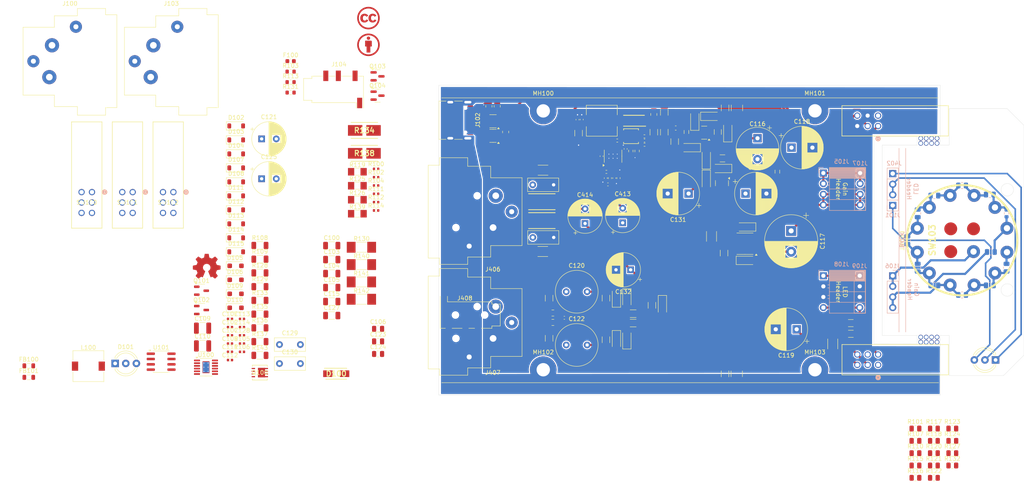
<source format=kicad_pcb>
(kicad_pcb (version 20240108) (generator "pcbnew") (generator_version "8.0")
  (layers (0 "F.Cu" signal) (1 "In1.Cu" signal) (2 "In2.Cu" signal) (31 "B.Cu" signal) (34 "B.Paste" user) (35 "F.Paste" user) (36 "B.SilkS" user "B.Silkscreen") (37 "F.SilkS" user "F.Silkscreen") (38 "B.Mask" user) (39 "F.Mask" user) (44 "Edge.Cuts" user))
  (net 0 "")
  (net 1 "GND")
  (net 2 "+48V")
  (net 3 "/Phantom Power Management/+48V_FLT")
  (net 4 "/Phantom Power Management/+48V_FLT_N")
  (net 5 "/Phantom Power Management/+35V_AMP_G")
  (net 6 "/Phantom Power Management/+48V_PH_G")
  (net 7 "/Phantom Power Management/+48V_PH_SW")
  (net 8 "/Hardware & IO Connectors/XLR In+")
  (net 9 "/Input Gating/In+_R")
  (net 10 "/Input Gating/In-_R")
  (net 11 "/Input Gating/PH_CAP")
  (net 12 "/Amplifier/Line Out-")
  (net 13 "/Amplifier/Line Out+")
  (net 14 "+5V_USB")
  (net 15 "/48V Regulator/+48V_VCC")
  (net 16 "/48V Regulator/+48V_ITH")
  (net 17 "/48V Regulator/+48V_SNS")
  (net 18 "/Phantom Power Management/+48V_FLT_R")
  (net 19 "/Input Gating/In+_SW")
  (net 20 "/Hardware & IO Connectors/XLR In-")
  (net 21 "/Input Gating/In-_SW")
  (net 22 "/48V Regulator/+48V_SW")
  (net 23 "/Phantom Power Management/PH_LED_GR")
  (net 24 "/48V Regulator/+48V_G")
  (net 25 "/48V Regulator/+48V_G_R")
  (net 26 "/Input Gating/+48V_PH")
  (net 27 "/Amplifier/+35V_AMP")
  (net 28 "/48V Regulator/+48V_RT")
  (net 29 "/48V Regulator/+48V_FB")
  (net 30 "/48V Regulator/+48V_G_P")
  (net 31 "/Amplifier/RG1")
  (net 32 "/Amplifier/RG2")
  (net 33 "/Hardware & IO Connectors/USB_PWR")
  (net 34 "/Hardware & IO Connectors/USB_CC1")
  (net 35 "/Hardware & IO Connectors/USB_CC2")
  (net 36 "/Hardware & IO Connectors/USB_G_N")
  (net 37 "/Hardware & IO Connectors/USB_G_P")
  (net 38 "/Hardware & IO Connectors/USB_SW")
  (net 39 "/48V Regulator/+48V_SS")
  (net 40 "/48V Regulator/+48V_PG")
  (net 41 "/48V Regulator/+48V_ITH_R")
  (net 42 "/Amplifier/AMP_OUT+")
  (net 43 "/Amplifier/AMP_OUT-")
  (net 44 "/RG1_PIN")
  (net 45 "Earth")
  (net 46 "/Hardware & IO Connectors/USB_CC_R")
  (net 47 "/Phantom Power Management/PH_LED_RED")
  (net 48 "Net-(D406-A)")
  (net 49 "Net-(SW400B-A)")
  (net 50 "Net-(R411-Pad2)")
  (net 51 "Net-(R411-Pad1)")
  (net 52 "Net-(R412-Pad1)")
  (net 53 "Net-(R413-Pad1)")
  (net 54 "Net-(R414-Pad1)")
  (net 55 "Net-(R415-Pad1)")
  (net 56 "Net-(R416-Pad1)")
  (net 57 "Net-(R417-Pad1)")
  (net 58 "Net-(R418-Pad1)")
  (net 59 "Net-(R419-Pad1)")
  (net 60 "Net-(R420-Pad1)")
  (net 61 "Net-(R421-Pad1)")
  (net 63 "/Phantom Power Management/PH_LED_RED_R")
  (net 64 "/Phantom Power Management/PH_LED_GR_R")
  (net 65 "/Phantom Power Management/GND_R")
  (net 66 "/Amplifier/RG2_R")
  (net 67 "/Amplifier/RG1_R")
  (net 68 "/+48V_VCC")
  (net 69 "/+48V_FB")
  (net 70 "/+48V_SNS")
  (net 71 "/+48V_SS")
  (net 72 "/+48V_ITH_R")
  (net 73 "/+48V_ITH")
  (net 74 "/+48V_FLT")
  (net 75 "/+48V_FLT_N")
  (net 76 "/RG1")
  (net 77 "/+48V_PH_G")
  (net 78 "/+48V_PH_SW")
  (net 79 "/In+_R")
  (net 80 "/XLR In+")
  (net 81 "/AMP_OUT_FLT+")
  (net 82 "/AMP_OUT+")
  (net 83 "/XLR In-")
  (net 84 "/In-_R")
  (net 85 "/PH_CAP")
  (net 86 "/AMP_OUT-")
  (net 87 "/AMP_OUT_FLT-")
  (net 88 "+35V")
  (net 89 "/Line Out-")
  (net 90 "/Line Out+")
  (net 91 "/+35V_AMP_G")
  (net 92 "/+48V_SW")
  (net 93 "/GND_R")
  (net 94 "/PH_LED_GR_R")
  (net 95 "/PH_LED_RED_R")
  (net 96 "/+48V_FLT_R")
  (net 97 "/In+_SW")
  (net 98 "/In-_SW")
  (net 99 "/RG2")
  (net 100 "Net-(D112-A)")
  (net 101 "/USB_PWR")
  (net 102 "/USB_CC2")
  (net 103 "/USB_CC1")
  (net 104 "/RG2_R")
  (net 105 "/RG1_R")
  (net 106 "/PH_LED_GR")
  (net 107 "/PH_LED_RED")
  (net 108 "/+48V_G_R")
  (net 109 "/+48V_G")
  (net 110 "/USB_G_P")
  (net 111 "/USB_G_N")
  (net 112 "/+48V_G_P")
  (net 113 "/+48V_PG")
  (net 114 "/USB_CC_SW")
  (net 115 "/USB_SW")
  (net 116 "/+48V_RT")
  (net 117 "Net-(R115-Pad1)")
  (net 118 "Net-(R115-Pad2)")
  (net 119 "Net-(R116-Pad1)")
  (net 120 "Net-(R117-Pad1)")
  (net 121 "Net-(R118-Pad1)")
  (net 122 "Net-(R120-Pad1)")
  (net 123 "Net-(R121-Pad1)")
  (net 124 "Net-(R122-Pad1)")
  (net 125 "Net-(R123-Pad1)")
  (net 126 "Net-(R124-Pad1)")
  (net 127 "Net-(SW102B-A)")
  (net 128 "Net-(SW102B-C)")
  (net 129 "Net-(R127-Pad1)")
  (net 130 "+48V_PH")
  (net 131 "Net-(R131-Pad1)")
  (net 132 "Net-(R136-Pad2)")
  (footprint "Capacitor_THT:CP_Radial_D8.0mm_P3.50mm" (layer "F.Cu") (at 32.314698 75.923)
    (property "Reference" "C121")
    (property "Value" "22u-50V")
  )
  (footprint "Resistor_SMD:R_0603_1608Metric" (layer "F.Cu") (at 120.6306 78.8204 90)
    (property "Reference" "R443" (hide yes))
    (property "Value" "1")
  )
  (footprint "Resistor_SMD:R_0805_2012Metric" (layer "F.Cu") (at 197.535 151.183)
    (property "Reference" "R127")
    (property "Value" "6.81")
  )
  (footprint "Capacitor_SMD:C_0402_1005Metric" (layer "F.Cu") (at 24.74 126.913)
    (property "Reference" "C111")
    (property "Value" "1n")
  )
  (footprint "Resistor_SMD:R_0805_2012Metric" (layer "F.Cu") (at 188.715 157.083)
    (property "Reference" "R116")
    (property "Value" "909")
  )
  (footprint "Connector_Audio:Jack_XLR_Neutrik_NC3FBH2_Horizontal" (layer "F.Cu") (at -17.84 53.513)
    (property "Reference" "J100")
    (property "Value" "NC3FBH2")
  )
  (footprint "Capacitor_THT:CP_Radial_D10.0mm_P5.00mm" (layer "F.Cu") (at 148.062323 89.018)
    (property "Reference" "C126")
    (property "Value" "220u-63V")
  )
  (footprint "Package_TO_SOT_SMD:SOT-23" (layer "F.Cu") (at 60.03 60.948)
    (property "Reference" "Q103")
    (property "Value" "BC848C-7-F")
  )
  (footprint "Resistor_SMD:R_MELF_MMB-0207" (layer "F.Cu") (at 56.18 114.323)
    (property "Reference" "R142")
    (property "Value" "4.7k")
  )
  (footprint "footprint:PBH2UEESNPNAGX_EWI" (layer "F.Cu") (at 1.4626 88.666)
    (property "Reference" "SW101")
    (property "Value" "SW_DPDT_x2")
  )
  (footprint "Capacitor_SMD:C_1206_3216Metric" (layer "F.Cu") (at 49.08 118.223)
    (property "Reference" "C127")
    (property "Value" "0.1u")
  )
  (footprint "Package_TO_SOT_SMD:SOT-23-3" (layer "F.Cu") (at 87.66 71.6935 180)
    (property "Reference" "Q403" (hide yes))
    (property "Value" "NMOS" (hide yes))
  )
  (footprint "Resistor_SMD:R_0805_2012Metric" (layer "F.Cu") (at 193.125 151.183)
    (property "Reference" "R120")
    (property "Value" "127")
  )
  (footprint "Symbol:OSHW-Symbol_6.7x6mm_Copper" (layer "F.Cu") (at 19.162036 106.428693)
    (property "Reference" "LOGO102" (hide yes))
    (property "Value" "Logo_Open_Hardware_Small" (hide yes))
  )
  (footprint "Diode_SMD:D_SOD-123F" (layer "F.Cu") (at 26.075 109.673)
    (property "Reference" "D106")
    (property "Value" "ACGRTS4004")
  )
  (footprint "footprint:PBH2UEESNPNAGX_EWI" (layer "F.Cu") (at 179.768785 72.8422 -90)
    (property "Reference" "SW404" (hide yes))
    (property "Value" "SW_DPDT_x2")
  )
  (footprint "Resistor_SMD:R_MELF_MMB-0207" (layer "F.Cu") (at 168.93 125.021 -90)
    (property "Reference" "R408" (hide yes))
    (property "Value" "47k" (hide yes))
  )
  (footprint "Diode_SMD:D_SOD-123" (layer "F.Cu") (at 148.18 97.021 180)
    (property "Reference" "D412" (hide yes))
    (property "Value" "1N4148W")
  )
  (footprint "Resistor_SMD:R_0805_2012Metric" (layer "F.Cu") (at 193.125 145.283)
    (property "Reference" "R117")
    (property "Value" "453")
  )
  (footprint "Resistor_SMD:R_0603_1608Metric" (layer "F.Cu") (at 39.24 59.813)
    (property "Reference" "R103")
    (property "Value" "1")
  )
  (footprint "Resistor_SMD:R_0402_1005Metric" (layer "F.Cu") (at 123.9056 77.3204)
    (property "Reference" "R448" (hide yes))
    (property "Value" "21.3k" (hide yes))
  )
  (footprint "Package_TO_SOT_SMD:SOT-23" (layer "F.Cu") (at 60.03 65.573)
    (property "Reference" "Q104")
    (property "Value" "BC848C-7-F")
  )
  (footprint "Resistor_SMD:R_0402_1005Metric" (layer "F.Cu") (at 59.69 89.083)
    (property "Reference" "R111")
    (property "Value" "42.2k")
  )
  (footprint "Capacitor_SMD:C_1210_3225Metric" (layer "F.Cu") (at 18.18 125.503)
    (property "Reference" "C110")
    (property "Value" "0.1u")
  )
  (footprint "Capacitor_SMD:C_0805_2012Metric" (layer "F.Cu") (at 60.17 121.403)
    (property "Reference" "C106")
    (property "Value" ".01u")
  )
  (footprint "Diode_SMD:D_SOD-123" (layer "F.Cu") (at 26.225 92.923)
    (property "Reference" "D112")
    (property "Value" "18V")
  )
  (footprint "Resistor_SMD:R_1206_3216Metric" (layer "F.Cu") (at 31.9 127.763)
    (property "Reference" "R143")
    (property "Value" "22k")
  )
  (footprint "Diode_SMD:D_SOD-123" (layer "F.Cu") (at 26.225 72.823)
    (property "Reference" "D102")
    (property "Value" "1N4148W")
  )
  (footprint "Diode_SMD:D_SOD-123" (layer "F.Cu") (at 143.82 74.2835 90)
    (property "Reference" "D400" (hide yes))
    (property "Value" "1N4148W")
  )
  (footprint "Resistor_SMD:R_MiniMELF_MMA-0204" (layer "F.Cu") (at 55.21 93.843)
    (property "Reference" "R139")
    (property "Value" "10k")
  )
  (footprint "footprint:DIOM5026X220N" (layer "F.Cu") (at 121.3806 71.5704 180)
    (property "Reference" "D415" (hide yes))
    (property "Value" "RB168L-60TFTE25" (hide yes))
  )
  (footprint "Capacitor_SMD:C_0402_1005Metric" (layer "F.Cu") (at 114.6306 85.3204 -90)
    (property "Reference" "C432" (hide yes))
    (property "Value" "10p")
  )
  (footprint "Capacitor_SMD:C_1206_3216Metric" (layer "F.Cu") (at 126.1306 74.3204 -90)
    (property "Reference" "C427" (hide yes))
    (property "Value" ".1uF" (hide yes))
  )
  (footprint "Capacitor_SMD:C_1206_3216Metric" (layer "F.Cu") (at 128.6306 74.3204 -90)
    (property "Reference" "C426" (hide yes))
    (property "Value" "1uF" (hide yes))
  )
  (footprint "Capacitor_THT:C_Rect_L7.2mm_W3.0mm_P5.00mm_FKS2_FKP2_MKS2_MKP2" (layer "F.Cu") (at 36.58 125.173)
    (property "Reference" "C129")
    (property "Value" "10n")
  )
  (footprint "Resistor_SMD:R_0805_2012Metric" (layer "F.Cu") (at 193.125 154.133)
    (property "Reference" "R121")
    (property "Value" "71.5")
  )
  (footprint "Resistor_SMD:R_0402_1005Metric" (layer "F.Cu") (at 59.69 93.063)
    (property "Reference" "R114")
    (property "Value" "21.3k")
  )
  (footprint "Capacitor_SMD:C_0805_2012Metric" (layer "F.Cu") (at 101.98 119.871)
    (property "Reference" "C409" (hide yes))
    (property "Value" "470p")
  )
  (footprint "Capacitor_SMD:C_0402_1005Metric" (layer "F.Cu") (at 27.61 122.973)
    (property "Reference" "C128")
    (property "Value" "47p")
  )
  (footprint "Resistor_SMD:R_1206_3216Metric" (layer "F.Cu") (at 125.68 115.771 90)
    (property "Reference" "R430" (hide yes))
    (property "Value" "22k")
  )
  (footprint "Resistor_SMD:R_MELF_MMB-0207" (layer "F.Cu") (at 99.57 102.891)
    (property "Reference" "R427" (hide yes))
    (property "Value" "47k")
  )
  (footprint "Resistor_SMD:R_1206_3216Metric" (layer "F.Cu") (at 31.9 104.733)
    (property "Reference" "R109")
    (property "Value" "10M")
  )
  (footprint "Diode_SMD:D_SOD-123" (layer "F.Cu") (at 26.225 82.873)
    (property "Reference" "D107")
    (property "Value" "1N4148W")
  )
  (footprint "Resistor_SMD:R_0805_2012Metric" (layer "F.Cu") (at 188.715 145.283)
    (property "Reference" "R101")
    (property "Value" "10k")
  )
  (footprint "MountingHole:MountingHole_3.2mm_M3_Pad" (layer "F.Cu") (at 164.68 69.203)
    (property "Reference" "MH101")
    (property "Value" "M3")
  )
  (footprint "Diode_SMD:D_SOD-123" (layer "F.Cu") (at 135.93 71.521 90)
    (property "Reference" "D402" (hide yes))
    (property "Value" "1N4148W" (hide yes))
  )
  (footprint "Resistor_SMD:R_MiniMELF_MMA-0204" (layer "F.Cu") (at 141.43 74.271 90)
    (property "Reference" "R402" (hide yes))
    (property "Value" "10k")
  )
  (footprint "Resistor_SMD:R_0402_1005Metric" (layer "F.Cu") (at 117.6806 85.3204 -90)
    (property "Reference" "R446" (hide yes))
    (property "Value" "40.2k" (hide yes))
  )
  (footprint "Package_TO_SOT_SMD:SOT-23-3" (layer "F.Cu") (at 87.66 75.1935 180)
    (property "Reference" "Q402" (hide yes))
    (property "Value" "PMOS" (hide yes))
  )
  (footprint "Capacitor_SMD:C_1206_3216Metric" (layer "F.Cu") (at 49.08 111.523)
    (property "Reference" "C105")
    (property "Value" ".1uF")
  )
  (footprint "Symbol:Symbol_CreativeCommons_CopperTop_Type2_Small" (layer "F.Cu") (at 57.865 46.998)
    (property "Reference" "LOGO100" (hide yes))
    (property "Value" "Logo_Open_Hardware_Small" (hide yes))
  )
  (footprint "Capacitor_SMD:C_0402_1005Metric" (layer "F.Cu") (at 113.6306 80.0704 -90)
    (property "Reference" "C429" (hide yes))
    (property "Value" "2.2u" (hide yes))
  )
  (footprint "Package_SO:MSOP-12-1EP_3x4mm_P0.65mm_EP1.65x2.85mm_ThermalVias" (layer "F.Cu") (at 19 130.603)
    (property "Reference" "U100")
    (property "Value" "LT8357")
  )
  (footprint "Resistor_SMD:R_1206_3216Metric" (layer "F.Cu") (at 31.9 108.023)
    (property "Reference" "R128")
    (property "Value" "6.8k-0.1%-0.5W")
  )
  (footprint "Resistor_SMD:R_MiniMELF_MMA-0204" (layer "F.Cu") (at 173.245 120.038)
    (property "Reference" "R403" (hide yes))
    (property "Value" "22k")
  )
  (footprint "Capacitor_SMD:C_0402_1005Metric" (layer "F.Cu") (at 27.61 119.033)
    (property "Reference" "C113")
    (property "Value" "150p")
  )
  (footprint "Capacitor_SMD:C_1206_3216Metric" (layer "F.Cu") (at 49.08 104.823)
    (property "Reference" "C103")
    (property "Value" "1uF")
  )
  (footprint "Inductor_SMD:L_0805_2012Metric" (layer "F.Cu") (at -23.39 130.273)
    (property "Reference" "FB100")
    (property "Value" "BLM21AG601SH1D")
  )
  (footprint "Resistor_SMD:R_0603_1608Metric" (layer "F.Cu") (at 122.1306 78.8204 -90)
    (property "Reference" "R447" (hide yes))
    (property "Value" "60m" (hide yes))
  )
  (footprint "MountingHole:MountingHole_3.2mm_M3_Pad" (layer "F.Cu") (at 99.68 69.221)
    (property "Reference" "MH100")
    (property "Value" "M3")
  )
  (footprint "footprint:PBH2UEESNPNAGX_EWI" (layer "F.Cu") (at -8.275 88.666)
    (property "Reference" "SW100")
    (property "Value" "SW_DPDT_x2")
  )
  (footprint "Resistor_SMD:R_0805_2012Metric" (layer "F.Cu") (at 86.68 68.1085 90)
    (property "Reference" "R440" (hide yes))
    (property "Value" "10k" (hide yes))
  )
  (footprint "Diode_SMD:D_SOD-123" (layer "F.Cu") (at 142.43 83.021 180)
    (property "Reference" "D403" (hide yes))
    (property "Value" "1N4148W")
  )
  (footprint "Capacitor_SMD:C_0402_1005Metric" (layer "F.Cu") (at 24.74 121.003)
    (property "Reference" "C102")
    (property "Value" "0.1u")
  )
  (footprint "Capacitor_THT:C_Rect_L7.2mm_W3.0mm_P5.00mm_FKS2_FKP2_MKS2_MKP2" (layer "F.Cu") (at 97.155 86.921)
    (property "Reference" "C416" (hide yes))
    (property "Value" "10n")
  )
  (footprint "Capacitor_THT:CP_Radial_D10.0mm_P5.00mm" (layer "F.Cu") (at 134.447677 89.018 180)
    (property "Reference" "C131")
    (property "Value" "220u-63V")
  )
  (footprint "Diode_SMD:D_SOD-123" (layer "F.Cu") (at 138.68 80.771 90)
    (property "Reference" "D406" (hide yes))
    (property "Value" "18V")
  )
  (footprint "Resistor_SMD:R_0805_2012Metric" (layer "F.Cu") (at 197.535 154.133)
    (property "Reference" "R132")
    (property "Value" "4.99")
  )
  (footprint "Diode_SMD:D_SOD-123" (layer "F.Cu") (at 26.225 102.973)
    (property "Reference" "D115")
    (property "Value" "18V")
  )
  (footprint "Connector_Audio:Jack_XLR_Neutrik_NC3FBH2_Horizontal" (layer "F.Cu") (at 6.41 53.513)
    (property "Reference" "J103")
    (property "Value" "NC3FBH2")
  )
  (footprint "Diode_SMD:D_SOD-123" (layer "F.Cu") (at 26.225 89.573)
    (property "Reference" "D111")
    (property "Value" "1N4148W")
  )
  (footprint "Connector_USB:USB_C_Receptacle_G-Switch_GT-USB-7010ASV" (layer "F.Cu") (at 78.511145 71.452665 -90)
    (property "Reference" "J102")
    (property "Value" "USB_C_Receptacle_PowerOnly_24P")
  )
  (footprint "Capacitor_THT:CP_Radial_D10.0mm_P5.00mm" (layer "F.Cu") (at 150.93 75.770323 -90)
    (property "Reference" "C116")
    (property "Value" "220u-63V")
  )
  (footprint "Inductor_SMD:L_0805_2012Metric" (layer "F.Cu") (at 155.68 83.771 90)
    (property "Reference" "FB401" (hide yes))
    (property "Value" "BLM21AG601SH1D")
  )
  (footprint "Capacitor_SMD:C_0402_1005Metric" (layer "F.Cu") (at 27.61 126.913)
    (property "Reference" "R106")
    (property "Value" "5.1k")
  )
  (footprint "Diode_SMD:D_SOD-123" (layer "F.Cu") (at 26.225 86.223)
    (property "Reference" "D108")
    (property "Value" "1N4148W")
  )
  (footprint "footprint:PG-TSDSON-8-1&slash_2_INF" (layer "F.Cu") (at 120.68 75.271)
    (property "Reference" "Q404" (hide yes))
    (property "Value" "BSC0910NDI_Q1" (hide yes))
  )
  (footprint "Diode_SMD:D_SOD-123" (layer "F.Cu") (at 128.18 115.771 -90)
    (property "Reference" "D414" (hide yes))
    (property "Value" "18V")
  )
  (footprint "Capacitor_SMD:C_0402_1005Metric" (layer "F.Cu") (at 108.8806 71.2954 90)
    (property "Reference" "C423" (hide yes))
    (property "Value" "0.1u" (hide yes))
  )
  (footprint "Diode_SMD:D_SOD-123F" (layer "F.Cu") (at 26.075 116.373)
    (property "Reference" "D110")
    (property "Value" "ACGRTS4004")
  )
  (footprint "Diode_SMD:D_SOD-123F" (layer "F.Cu") (at 119.68 114.021 -90)
    (property "Reference" "D408" (hide yes))
    (property "Value" "ACGRTS4004")
  )
  (footprint "Resistor_SMD:R_0402_1005Metric" (layer "F.Cu") (at 117.3806 76.3204)
    (property "Reference" "R441" (hide yes))
    (property "Value" "5" (hide yes))
  )
  (footprint "Resistor_SMD:R_1206_3216Metric" (layer "F.Cu") (at 31.9 117.893)
    (property "Reference" "R135")
    (property "Value" "10-1W")
  )
  (footprint "Package_SO:SOIC-8_3.9x4.9mm_P1.27mm" (layer "F.Cu") (at 8.27 129.273)
    (property "Reference" "U101")
    (property "Value" "THAT1512")
  )
  (footprint "Resistor_SMD:R_MiniMELF_MMA-0204" (layer "F.Cu") (at 142.55 80.591 180)
    (property "Reference" "R405" (hide yes))
    (property "Value" "10k")
  )
  (footprint "Diode_SMD:D_SOD-123" (layer "F.Cu") (at 26.225 76.173)
    (property "Reference" "D103")
    (property "Value" "1N4148W")
  )
  (footprint "Resistor_SMD:R_0402_1005Metric" (layer "F.Cu") (at 59.69 87.093)
    (property "Reference" "R104")
    (property "Value" "1M")
  )
  (footprint "footprint:RESM6438X317N" (layer "F.Cu") (at 56.885 73.891)
    (property "Reference" "R134")
    (property "Value" "100" (hide yes))
  )
  (footprint "Capacitor_SMD:C_0805_2012Metric" (layer "F.Cu") (at 126.1306 70.0704 90)
    (property "Reference" "C428" (hide yes))
    (property "Value" ".01u" (hide yes))
  )
  (footprint "Capacitor_THT:C_Radial_D10.0mm_H16.0mm_P5.00mm" (layer "F.Cu") (at 105.179725 112.519619)
    (property "Reference" "C120")
    (property "Value" "47u-63V-BP")
  )
  (footprint "Inductor_SMD:L_7.3x7.3_H4.5" (layer "F.Cu") (at 113.6806 71.5704)
    (property "Reference" "L400" (hide yes))
    (property "Value" "18u" (hide yes))
  )
  (footprint "Capacitor_SMD:C_1206_3216Metric" (layer "F.Cu") (at 142.93 103.271 -90)
    (property "Reference" "C405" (hide yes))
    (property "Value" "0.1u")
  )
  (footprint "Package_TO_SOT_SMD:SOT-23" (layer "F.Cu") (at 138.18 74.431 180)
    (property "Reference" "Q400" (hide yes))
    (property "Value" "BC848C-7-F" (hide yes))
  )
  (footprint "Capacitor_THT:CP_Radial_D8.0mm_P3.50mm" (layer "F.Cu") (at 118.68 96.021 90)
    (property "Reference" "C413")
    (property "Value" "22u-50V")
  )
  (footprint "Resistor_SMD:R_0402_1005Metric" (layer "F.Cu") (at 123.8806 75.3204 180)
    (property "Reference" "R444" (hide yes))
    (property "Value" "1M" (hide yes))
  )
  (footprint "Capacitor_SMD:C_0402_1005Metric" (layer "F.Cu") (at 83.93 72.541 90)
    (property "Reference" "R435" (hide yes))
    (property "Value" "5.1k")
  )
  (footprint "Resistor_SMD:R_MiniMELF_MMA-0204" (layer "F.Cu") (at 173.26 122.593)
    (property "Reference" "R404" (hide yes))
    (property "Value" "22k")
  )
  (footprint "Resistor_SMD:R_0805_2012Metric" (layer "F.Cu") (at 188.715 148.233)
    (property "Reference" "R107")
    (property "Value" "100")
  )
  (footprint "Capacitor_THT:CP_Radial_D10.0mm_P5.00mm" (layer "F.Cu") (at 159.062605 78.016154)
    (property "Reference" "C118")
    (property "Value" "220u-63V")
  )
  (footprint "Capacitor_SMD:C_1206_3216Metric" (layer "F.Cu") (at 108.1306 74.5454 -90)
    (property "Reference" "C422" (hide yes))
    (property "Value" "10u" (hide yes))
  )
  (footprint "footprint:RESM6438X317N" (layer "F.Cu") (at 99.345 90.966)
    (property "Reference" "R423" (hide yes))
    (property "Value" "100" (hide yes))
  )
  (footprint "Resistor_SMD:R_1206_3216Metric" (layer "F.Cu") (at 31.9 114.603)
    (property "Reference" "R133")
    (property "Value" "10-1W")
  )
  (footprint "footprint:DIOM5026X220N" (layer "F.Cu") (at 50.155 132.153)
    (property "Reference" "D100")
    (property "Value" "RB168L-60TFTE25" (hide yes))
  )
  (footprint "Inductor_SMD:L_0805_2012Metric" (layer "F.Cu") (at -23.39 133.023)
    (property "Reference" "FB101")
    (property "Value" "BLM21AG601SH1D")
  )
  (footprint "Capacitor_SMD:C_0402_1005Metric" (layer "F.Cu") (at 27.61 124.943)
    (property "Reference" "R105")
    (property "Value" "5.1k")
  )
  (footprint "Capacitor_SMD:C_1206_3216Metric" (layer "F.Cu") (at 131.1206 76.5704 -90)
    (property "Reference" "C400" (hide yes))
    (property "Value" "0.1u" (hide yes))
  )
  (footprint "Resistor_SMD:R_0402_1005Metric" (layer "F.Cu") (at 114.7806 83.8204 180)
    (property "Reference" "R442" (hide yes))
    (property "Value" "100k" (hide yes))
  )
  (footprint "Connector_Audio:Jack_XLR_Neutrik_NC3FBH2_Horizontal" (layer "F.Cu") (at 87.68 123.703 180)
    (property "Reference" "J407")
    (property "Value" "NC3FBH2")
  )
  (footprint "Resistor_SMD:R_MELF_MMB-0207" (layer "F.Cu") (at 56.18 106.023)
    (property "Reference" "R140")
    (property "Value" "47k")
  )
  (footprint "Resistor_SMD:R_0402_1005Metric" (layer "F.Cu") (at 115.6306 85.3204 -90)
    (property "Reference" "R445" (hide yes))
    (property "Value" "42.2k" (hide yes))
  )
  (footprint "Connector_Audio:Jack_3.5mm_KoreanHropartsElec_PJ-320D-4A_Horizontal" (layer "F.Cu") (at 50.81 64.073)
    (property "Reference" "J104")
    (property "Value" "AudioJack4")
  )
  (footprint "footprint:PBH2UEESNPNAGX_EWI" (layer "F.Cu") (at 11.2002 88.666)
    (property "Reference" "SW102")
    (property "Value" "SW_DPDT_x2")
  )
  (footprint "Resistor_SMD:R_1206_3216Metric" (layer "F.Cu") (at 143.162033 132.188668 90)
    (property "Reference" "R431" (hide yes))
    (property "Value" "10M")
  )
  (footprint "Resistor_SMD:R_0805_2012Metric" (layer "F.Cu") (at 188.715 151.183)
    (property "Reference" "R110")
    (property "Value" "10k")
  )
  (footprint "Resistor_SMD:R_1206_3216Metric" (layer "F.Cu") (at 114.68 114.0585 90)
    (property "Reference" "R409" (hide yes))
    (property "Value" "10-1W" (hide yes))
  )
  (footprint "Capacitor_THT:CP_Radial_D8.0mm_P3.50mm" (layer "F.Cu") (at 109.68 96.173651 90)
    (property "Reference" "C414")
    (property "Value" "22u-50V")
  )
  (footprint "Capacitor_SMD:C_0402_1005Metric" (layer "F.Cu") (at 24.74 119.033)
    (property "Reference" "C101")
    (property "Value" "0.1u")
  )
  (footprint "footprint:RESM6438X317N" (layer "F.Cu") (at 99.345 95.491)
    (property "Reference" "R426" (hide yes))
    (property "Value" "100" (hide yes))
  )
  (footprint "Resistor_SMD:R_MiniMELF_MMA-0204" (layer "F.Cu") (at 55.21 87.143)
    (property "Reference" "R125")
    (property "Value" "22k")
  )
  (footprint "Package_SO:SOIC-8_3.9x4.9mm_P1.27mm" (layer "F.Cu") (at 147.93 101.021 180)
    (property "Reference" "U400" (hide yes))
    (property "Value" "THAT1512")
  )
  (footprint "Capacitor_SMD:C_0805_2012Metric" (layer "F.Cu") (at 101.98 117.621)
    (property "Reference" "C410" (hide yes))
    (property "Value" "470p")
  )
  (footprint "Connector_Audio:Jack_3.5mm_KoreanHropartsElec_PJ-320D-4A_Horizontal" (layer "F.Cu") (at 80.92 118.103 180)
    (property "Reference" "J408")
    (property "Value" "AudioJack4")
  )
  (footprint "Resistor_SMD:R_1206_3216Metric" (layer "F.Cu") (at 101.08 114.071 -90)
    (property "Reference" "R406" (hide yes))
    (property "Value" "6.8k-0.1%-0.5W" (hide yes))
  )
  (footprint "Resistor_SMD:R_1206_3216Metric" (layer "F.Cu") (at 121.18 117.771)
    (property "Reference" "R425" (hide yes))
    (property "Value" "1.2k-0.1%")
  )
  (footprint "Capacitor_SMD:C_0402_1005Metric" (layer "F.Cu") (at 24.74 124.943)
    (property "Reference" "C108")
    (property "Value" "560p")
  )
  (footprint "Resistor_SMD:R_1206_3216Metric" (layer "F.Cu") (at 31.9 111.313)
    (property "Reference" "R129")
    (property "Value" "6.8k-0.1%-0.5W")
  )
  (footprint "Resistor_SMD:R_0805_2012Metric" (layer "F.Cu") (at 193.125 157.083)
    (property "Reference" "R122")
    (property "Value" "39")
  )
  (footprint "Resistor_SMD:R_0402_1005Metric" (layer "F.Cu") (at 59.69 91.073)
    (property "Reference" "R112")
    (property "Value" "40.2k")
  )
  (footprint "Diode_SMD:D_SOD-123F" (layer "F.Cu") (at 26.075 106.323)
    (property "Reference" "D105")
    (property "Value" "ACGRTS4004")
  )
  (footprint "Diode_SMD:D_SOD-123" (layer "F.Cu") (at 26.225 99.623)
    (property "Reference" "D114")
    (property "Value" "18V")
  )
  (footprint "Diode_SMD:D_SOD-123" (layer "F.Cu") (at 134.93 78.021 180)
    (property "Reference" "D407" (hide yes))
    (property "Value" "18V")
  )
  (footprint "Diode_SMD:D_SOD-123" (layer "F.Cu") (at 26.225 96.273)
    (property "Reference" "D113")
    (property "Value" "1N4148W")
  )
  (footprint "Diode_SMD:D_SOD-123" (layer "F.Cu") (at 148.18 105.021)
    (property "Reference" "D413" (hide yes))
    (property "Value" "1N4148W")
  )
  (footprint "Capacitor_SMD:C_1210_3225Metric" (layer "F.Cu") (at 18.18 121.253)
    (property "Reference" "C109")
    (property "Value" "0.1u")
  )
  (footprint "Capacitor_THT:CP_Radial_D8.0mm_P3.50mm" (layer "F.Cu") (at 32.314698 85.473)
    (property "Reference" "C125")
    (property "Value" "22u-50V")
  )
  (footprint "Capacitor_THT:CP_Radial_D12.5mm_P5.00mm" (layer "F.Cu") (at 158.98 97.944041 -90)
    (property "Reference" "C117")
    (property "Value" "6800u-6.3V")
  )
  (footprint "Package_SO:MSOP-12-1EP_3x4mm_P0.65mm_EP1.65x2.85mm_ThermalVias" (layer "F.Cu") (at 116.3806 80.0704 90)
    (property "Reference" "U401" (hide yes))
    (property "Value" "LT8357" (hide yes))
  )
  (footprint "MountingHole:MountingHole_3.2mm_M3_Pad" (layer "F.Cu") (at 99.68 131.203)
    (property "Reference" "MH102")
    (property "Value" "M3")
  )
  (footprint "Resistor_SMD:R_0603_1608Metric" (layer "F.Cu") (at 39.24 62.323)
    (property "Reference" "R113")
    (property "Value" "60m")
  )
  (footprint "Capacitor_SMD:C_0805_2012Metric" (layer "F.Cu") (at 60.17 127.423)
    (property "Reference" "C124")
    (property "Value" "470p")
  )
  (footprint "Resistor_SMD:R_1206_3216Metric" (layer "F.Cu") (at 31.9 121.183)
    (property "Reference" "R136")
    (property "Value" "1.2k-0.1%")
  )
  (footprint "Resistor_SMD:R_0805_2012Metric" (layer "F.Cu") (at 188.715 154.133)
    (property "Reference" "R115")
    (property "Value" "8.06k")
  )
  (footprint "Capacitor_SMD:C_0402_1005Metric" (layer "F.Cu") (at 115.1506 86.8204 180)
    (property "Reference" "C434" (hide yes))
    (property "Value" "150p" (hide yes))
  )
  (footprint "Capacitor_SMD:C_0402_1005Metric" (layer "F.Cu") (at 27.61 121.003)
    (property "Reference" "C114")
    (property "Value" "10p")
  )
  (footprint "footprint:PBH2UEESNPNAGX_EWI" (layer "F.Cu") (at 179.780909 130.041123 -90)
    (property "Reference" "SW400" (hide yes))
    (property "Value" "SW_DPDT_x2")
  )
  (footprint "Diode_SMD:D_SOD-123F" (layer "F.Cu") (at 119.68 124.021 90)
    (property "Reference" "D409" (hide yes))
    (property "Value" "ACGRTS4004")
  )
  (footprint "Capacitor_SMD:C_0402_1005Metric" (layer "F.Cu") (at 83.93 70.771 -90)
    (property "Reference" "R436" (hide yes))
    (property "Value" "5.1k")
  )
  (footprint "Package_TO_SOT_SMD:SOT-23-3" (layer "F.Cu") (at 17.93 116.903)
    (property "Reference" "Q102")
    (property "Value" "NMOS")
  )
  (footprint "Resistor_SMD:R_0402_1005Metric" (layer "F.Cu") (at 59.69 83.113)
    (property "Reference" "R100")
    (property "Value" "5")
  )
  (footprint "Diode_SMD:D_SOD-123" (layer "F.Cu") (at 139.68 70.521)
    (property "Reference" "D401" (hide yes))
    (property "Value" "1N4148W" (hide yes))
  )
  (footprint "Resistor_SMD:R_MiniMELF_MMA-0204" (layer "F.Cu") (at 55.21 83.793)
    (property "Reference" "R119")
    (property "Value" "10k")
  )
  (footprint "Resistor_SMD:R_MELF_MMB-0207" (layer "F.Cu") (at 99.621002 83.41573)
    (property "Reference" "R428" (hide yes))
    (property "Value" "47k")
  )
  (footprint "Capacitor_SMD:C_0805_2012Metric" (layer "F.Cu") (at 60.17 124.413)
    (property "Reference" "C123")
    (property "Value" "470p")
  )
  (footprint "Capacitor_SMD:C_0402_1005Metric" (layer "F.Cu") (at 24.74 128.883)
    (property "Reference" "C112")
    (property "Value" "22n")
  )
  (footprint "Resistor_SMD:R_1206_3216Metric" (layer "F.Cu") (at 114.68 124.021 -90)
    (property "Reference" "R410" (hide yes))
    (property "Value" "10-1W" (hide yes))
  )
  (footprint "Capacitor_SMD:C_0402_1005Metric" (layer "F.Cu") (at 123.9056 76.3204 180)
    (property "Reference" "C430" (hide yes))
    (property "Value" "560p" (hide yes))
  )
  (footprint "Resistor_SMD:R_1206_3216Metric" (layer "F.Cu") (at 121.18 120.021)
    (property "Reference" "R424" (hide yes))
    (property "Value" "1.2k-0.1%")
  )
  (footprint "Capacitor_SMD:C_1206_3216Metric" (layer "F.Cu") (at 49.08 114.873)
    (property "Reference" "C115")
    (property "Value" "0.1u")
  )
  (footprint "Diode_SMD:D_SOD-123F" (layer "F.Cu") (at 26.075 113.023)
    (property "Reference" "D109")
    (property "Value" "ACGRTS4004")
  )
  (footprint "Package_TO_SOT_SMD:SOT-23-3" (layer "F.Cu") (at 17.93 112.278)
    (property "Reference" "Q101")
    (property "Value" "PMOS")
  )
  (footprint "Capacitor_SMD:C_0402_1005Metric" (layer "F.Cu") (at 116.6806 85.3204 -90)
    (property "Reference" "C433" (hide yes))
    (property "Value" "22n" (hide yes))
  )
  (footprint "Capacitor_THT:CP_Radial_D8.0mm_P3.50mm" (layer "F.Cu") (at 120.58 107.271 180)
    (property "Reference" "C132")
    (property "Value" "220u-63V")
  )
  (footprint "Resistor_SMD:R_MELF_MMB-0207" (layer "F.Cu") (at 139.93 99.271 90)
    (property "Reference" "R429" (hide yes))
    (property "Value" "4.7k")
  )
  (footprint "Capacitor_SMD:C_1210_3225Metric" (layer "F.Cu") (at 146.009695 68.511093 90)
    (property "Reference" "C419" (hide yes))
    (property "Value" "0.1u")
  )
  (footprint "footprint:LORINCK1049" (layer "F.Cu") (at 199.87958 100.18758 90)
    (property "Reference" "SW103")
    (property "Value" "SW_Rotary12" (hide yes))
  )
  (footprint "Capacitor_THT:C_Radial_D10.0mm_H16.0mm_P5.00mm" (layer "F.Cu") (at 105.180786 125.270464)
    (property "Reference" "C122")
    (property "Value" "47u-63V-BP")
  )
  (footprint "Capacitor_SMD:C_0402_1005Metric" (layer "F.Cu") (at 119.3806 78.3204 90)
    (property "Reference" "C431" (hide yes))
    (property "Value" "1n" (hide yes))
  )
  (footprint "Resistor_SMD:R_0402_1005Metric" (layer "F.Cu") (at 59.69 85.103)
    (property "Reference" "R102")
    (property "Value" "100k")
  )
  (footprint "Resistor_SMD:R_MELF_MMB-0207" (layer "F.Cu") (at 56.18 110.173)
    (property "Reference" "R141")
    (property "Value" "47k")
  )
  (footprint "Resistor_SMD:R_0603_1608Metric" (layer "F.Cu") (at 39.24 64.833)
    (property "Reference" "R131")
    (property "Value" "3.9")
  )
  (footprint "Capacitor_SMD:C_0603_1608Metric" (layer "F.Cu") (at 39.24 57.303)
    (property "Reference" "F100")
    (property "Value" "TR-0603HV1-R")
  )
  (footprint "Capacitor_SMD:C_0402_1005Metric" (layer "F.Cu") (at 24.74 122.973)
    (property "Reference" "C107")
    (property "Value" "2.2u")
  )
  (footprint "Resistor_SMD:R_0805_2012Metric" (layer "F.Cu") (at 88.66 68.106 -90)
    (property "Reference" "R438" (hide yes))
    (property "Value" "100" (hide yes))
  )
  (footprint "Capacitor_THT:CP_Radial_D10.0mm_P5.00mm" (layer "F.Cu") (at 160.297677 121.518 180)
    (property "Reference" "C119")
    (property "Value" "220u-63V")
  )
  (footprint "Connector_Audio:Jack_XLR_Neutrik_NC3FBH2_Horizontal" (layer "F.Cu") (at 87.68 97.163 180)
    (property "Reference" "J406")
    (property "Value" "NC3FBH2")
  )
  (footprint "Diode_SMD:D_SOD-123" (layer "F.Cu") (at 138.68 85.771 -90)
    (property "Reference" "D405" (hide yes))
    (property "Value" "1N4148W")
  )
  (footprint "LED_THT:LED_D5.0mm-3" (layer "F.Cu") (at 207.88 128.863 180)
    (property "Reference" "D404" (hide yes))
    (property "Value" "LED_Dual_AKA")
  )
  (footprint "Capacitor_SMD:C_1206_3216Metric" (layer "F.Cu") (at 49.08 108.173)
    (property "Reference" "C104")
    (property "Value" "1uF")
  )
  (footprint "Capacitor_SMD:C_1206_3216Metric" (layer "F.Cu") (at 128.6306 69.5704 90)
    (property "Reference" "C425" (hide yes))
    (property "Value" "1uF" (hide yes))
  )
  (footprint "Capacitor_SMD:C_0402_1005Metric" (layer "F.Cu") (at 104.72694 118.758106)
    (property "Reference" "C411" (hide yes))
    (property "Value" "47p")
  )
  (footprint "Resistor_SMD:R_0805_2012Metric" (layer "F.Cu") (at 193.125 148.233)
    (property "Reference" "R118")
    (property "Value" "237")
  )
  (footprint "Resistor_SMD:R_1206_3216Metric" (layer "F.Cu") (at 31.9 124.473)
    (property "Reference" "R137")
    (property "Value" "1.2k-0.1%")
  )
  (footprint "MountingHole:MountingHole_3.2mm_M3_Pad" (layer "F.Cu") (at 164.67 131.203)
    (property "Reference" "MH103")
    (property "Value" "M3")
  )
  (footprint "LED_THT:LED_D5.0mm-3" (layer "F.Cu") (at -2.73 129.693)
    (property "Reference" "D101")
    (property "Value" "LED_Dual_AKA")
  )
  (footprint "Capacitor_SMD:C_1206_3216Metric" (layer "F.Cu") (at 49.08 101.473)
    (property "Reference" "C100")
    (property "Value" "10u")
  )
  (footprint "Capacitor_THT:C_Rect_L7.2mm_W3.0mm_P5.00mm_FKS2_FKP2_MKS2_MKP2" (layer "F.Cu") (at 36.58 129.723)
    (property "Reference" "C130")
    (property "Value" "10n")
  )
  (footprint "Capacitor_SMD:C_0603_1608Metric" (layer "F.Cu") (at 131.3706 73.3204)
    (property "Reference" "F400" (hide yes))
    (property "Value" "TR-0603HV1-R" (hide yes))
  )
  (footprint "Diode_SMD:D_SOD-123F" (layer "F.Cu") (at 117.18 124.021 -90)
    (property "Reference" "D411" (hide yes))
    (property "Value" "ACGRTS4004")
  )
  (footprint "Inductor_SMD:L_7.3x7.3_H4.5" (layer "F.Cu") (at -9.13 130.343)
    (property "Reference" "L100")
    (property "Value" "18u")
  )
  (footprint "Diode_SMD:D_SOD-123" (layer "F.Cu") (at 26.225 79.523)
    (property "Reference" "D104")
    (property "Value" "1N4148W")
  )
  (footprint "Capacitor_SMD:C_1210_3225Metric" (layer "F.Cu") (at 145.962033 132.188668 -90)
    (property "Reference" "C418" (hide yes))
    (property "Value" "0.1u")
  )
  (footprint "Resistor_SMD:R_1206_3216Metric" (layer "F.Cu") (at 143.176783 68.512272 -90)
    (property "Reference" "R432" (hide yes))
    (property "Value" "10M")
  )
  (footprint "Diode_SMD:D_SOD-123F" (layer "F.Cu") (at 117.18 114.021 90)
    (property "Reference" "D410" (hide yes))
    (property "Value" "ACGRTS4004")
  )
  (footprint "footprint:RESM6438X317N" (layer "F.Cu") (at 56.885 79.377)
    (property "Reference" "R138")
    (property "Value" "100" (hide yes))
  )
  (footprint "Resistor_SMD:R_0805_2012Metric" (layer "F.Cu") (at 197.535 145.283)
    (property "Reference" "R123")
    (property "Value" "22")
  )
  (footprint "Resistor_SMD:R_MiniMELF_MMA-0204" (layer "F.Cu") (at 55.21 90.493)
    (property "Reference" "R126")
    (property "Value" "22k")
  )
  (footprint "Capacitor_THT:C_Rect_L7.2mm_W3.0mm_P5.00mm_FKS2_FKP2_MKS2_MKP2" (layer "F.Cu") (at 97.18 99.521)
    (property "Reference" "C415" (hide yes))
    (property "Value" "10n")
  )
  (footprint "Inductor_SMD:L_0805_2012Metric" (layer "F.Cu") (at 133.93 74.271 -90)
    (property "Reference" "FB400" (hide yes))
    (property "Value" "BLM21AG601SH1D" (hide yes))
  )
  (footprint "Resistor_SMD:R_1206_3216Metric" (layer "F.Cu") (at 101.08 123.671 90)
    (property "Reference" "R407" (hide yes))
    (property "Value" "6.8k-0.1%-0.5W")
  )
  (footprint "Resistor_SMD:R_1206_3216Metric" (layer "F.Cu") (at 31.9 101.443)
    (property "Reference" "R108")
    (property "Value" "10M")
  )
  (footprint "Resistor_SMD:R_0805_2012Metric" (layer "F.Cu") (at 90.68 74.271 90)
    (property "Reference" "R434" (hide yes))
    (property "Value" "10k" (hide yes))
  )
  (footprint "footprint:PG-TSDSON-8-1&slash_2_INF" (layer "F.Cu") (at 31.881 131.8892)
    (property "Reference" "Q100")
    (property "Value" "BSC0910NDI_Q1")
  )
  (footprint "Resistor_SMD:R_0805_2012Metric" (layer "F.Cu") (at 197.535 148.233)
    (property "Reference" "R124")
    (property "Value" "12.4")
  )
  (footprint "Resistor_SMD:R_MELF_MMB-0207" (layer "F.Cu") (at 56.18 101.873)
    (property "Reference" "R130")
    (property "Value" "47k")
  )
  (footprint "Package_TO_SOT_SMD:SOT-23" (layer "F.Cu") (at 142.43 86.521 -90)
    (property "Reference" "Q401" (hide yes))
    (property "Value" "BC848C-7-F")
  )
  (footprint "Symbol:Symbol_CC-Attribution_CopperTop_Small" (layer "F.Cu") (at 57.86436 53.398)
    (property "Reference" "LOGO101" (hide yes))
    (property "Value" "Logo_Open_Hardware_Small" (hide yes))
  )
  (footprint "Capacitor_SMD:C_0402_1005Metric" (layer "F.Cu") (at 107.8706 71.3204 90)
    (property "Reference" "C424" (hide yes))
    (property "Value" "0.1u" (hide yes))
  )
  (footprint "Resistor_SMD:R_0805_2012Metric" (layer "B.Cu") (at 206.75 103.003 180)
    (property "Reference" "R422" (hide yes))
    (property "Value" "4.99")
  )
  (footprint "Connector_PinHeader_2.54mm:PinHeader_1x04_P2.54mm_Vertical" (layer "B.Cu") (at 183.278435 91.843112)
    (property "Reference" "J101")
    (property "Value" "4-pin_0deg_header")
  )
  (footprint "Connector_PinHeader_2.54mm:PinHeader_1x04_P2.54mm_Vertical" (layer "B.Cu") (at 175.38 108.688 180)
    (property "Reference" "J109")
    (property "Value" "4-pin_0deg_header")
  )
  (footprint "Connector_PinHeader_2.54mm:PinHeader_1x04_P2.54mm_Vertical" (layer "B.Cu") (at 175.477804 84.104463 180)
    (property "Reference" "J107")
    (property "Value" "4-pin_0deg_header")
  )
  (footprint "Resistor_SMD:R_0805_2012Metric" (layer "B.Cu") (at 189.25 93.753 -90)
    (property "Reference" "R417" (hide yes))
    (property "Value" "39")
  )
  (footprint "Resistor_SMD:R_0603_1608Metric" (layer "B.Cu") (at 210.5 93.753 90)
    (property "Reference" "R421" (hide yes))
    (property "Value" "3.9")
  )
  (footprint "Connector_PinHeader_2.54mm:PinHeader_1x04_P2.54mm_Vertical" (layer "B.Cu") (at 183.278435 84.243112 180)
    (property "Reference" "J402")
    (property "Value" "4-pin_0deg_header")
  )
  (footprint "Resistor_SMD:R_0805_2012Metric" (layer "B.Cu") (at 189.25 106.753 -90)
    (property "Reference" "R415" (hide yes))
    (property "Value" "127")
  )
  (footprint "Connector_PinSocket_2.54mm:PinSocket_1x04_P2.54mm_Horizontal" (layer "B.Cu") (at 166.68 84.103 180)
    (property "Reference" "J105")
    (property "Value" "4-pin_90deg_socket")
  )
  (footprint "Connector_PinSocket_2.54mm:PinSocket_1x04_P2.54mm_Horizontal" (layer "B.Cu") (at 166.68 108.703 180)
    (property "Reference" "J108")
    (property "Value" "4-pin_90deg_socket")
  )
  (footprint "Resistor_SMD:R_0805_2012Metric" (layer "B.Cu") (at 206.5 111.003)
    (property "Reference" "R412" (hide yes))
    (property "Value" "909")
  )
  (footprint "Connector_PinHeader_2.54mm:PinHeader_1x04_P2.54mm_Vertical" (layer "B.Cu") (at 183.28 108.703 180)
    (property "Reference" "J106")
    (property "Value" "4-pin_0deg_header")
  )
  (footprint "Resistor_SMD:R_0805_2012Metric" (layer "B.Cu") (at 206.5 89.253 180)
    (property "Reference" "R420" (hide yes))
    (property "Value" "6.81")
  )
  (footprint "Resistor_SMD:R_0805_2012Metric" (layer "B.Cu") (at 199.879998 87.088237 180)
    (property "Reference" "R419" (hide yes))
    (property "Value" "12.4")
  )
  (footprint "Resistor_SMD:R_0805_2012Metric" (layer "B.Cu") (at 199.879998 113.285797)
    (property "Reference" "R413" (hide yes))
    (property "Value" "453")
  )
  (footprint "Resistor_SMD:R_0805_2012Metric" (layer "B.Cu") (at 193.25 89.503 180)
    (property "Reference" "R418" (hide yes))
    (property "Value" "22")
  )
  (footprint "Resistor_SMD:R_0805_2012Metric" (layer "B.Cu") (at 210.5 106.753 90)
    (property "Reference" "R411" (hide yes))
    (property "Value" "8.06k")
  )
  (footprint "Resistor_SMD:R_0805_2012Metric" (layer "B.Cu") (at 193.25 111.003)
    (property "Reference" "R414" (hide yes))
    (property "Value" "237")
  )
  (footprint "Resistor_SMD:R_0805_2012Metric" (layer "B.Cu") (at 186.781218 100.187017 -90)
    (property "Reference" "R416" (hide yes))
    (property "Value" "71.5")
  )
  (gr_line (start 184.78 99.571) (end 184.78 122.171) (stroke (width 0.12)) (layer "B.SilkS"))
  (gr_line (start 186.38 122.171) (end 186.38 78.171) (stroke (width 0.12)) (layer "B.SilkS"))
  (gr_line (start 184.78 78.171) (end 184.78 99.571) (stroke (width 0.12)) (layer "B.SilkS"))
  (gr_line (start 75.38 66.103) (end 194.175 66.103) (stroke (width 0.12)) (layer "F.SilkS"))
  (gr_line (start 75.38 134.303) (end 194.25 134.303) (stroke (width 0.12)) (layer "F.SilkS"))
  (gr_line (start 214.68 127.703) (end 214.68 72.703) (stroke (width 0.05)) (layer "Edge.Cuts"))
  (gr_line (start 196.78 132.603) (end 209.78 132.603) (stroke (width 0.05)) (layer "Edge.Cuts"))
  (gr_line (start 196.78 122.987) (end 196.78 132.603) (stroke (width 0.05)) (layer "Edge.Cuts"))
  (gr_line (start 210.68 68.703) (end 214.68 72.703) (stroke (width 0.05)) (layer "Edge.Cuts"))
  (gr_line (start 196.78 122.987) (end 194.68 122.987) (stroke (width 0.05)) (layer "Edge.Cuts"))
  (gr_line (start 196.78 77.387) (end 196.78 68.703) (stroke (width 0.05)) (layer "Edge.Cuts"))
  (gr_line (start 189.18 125.003) (end 189.18 123.003) (stroke (width 0.05)) (layer "Edge.Cuts"))
  (gr_line (start 178.78 75.403) (end 178.78 124.987) (stroke (width 0.05)) (layer "Edge.Cuts"))
  (gr_line (start 189.18 77.403) (end 189.18 75.403) (stroke (width 0.05)) (layer "Edge.Cuts"))
  (gr_line (start 194.68 137.271) (end 194.68 122.987) (stroke (width 0.05)) (layer "Edge.Cuts"))
  (gr_line (start 189.18 123.003) (end 180.78 123.003) (stroke (width 0.05)) (layer "Edge.Cuts"))
  (gr_line (start 214.68 127.703) (end 209.78 132.603) (stroke (width 0.05)) (layer "Edge.Cuts"))
  (gr_line (start 194.68 137.271) (end 74.68 137.271) (stroke (width 0.05)) (layer "Edge.Cuts"))
  (gr_line (start 194.68 77.387) (end 194.68 63.103) (stroke (width 0.05)) (layer "Edge.Cuts"))
  (gr_line (start 180.78 123.003) (end 180.78 77.403) (stroke (width 0.05)) (layer "Edge.Cuts"))
  (gr_circle (center 210.68 112.103) (end 210.68 110.603) (stroke (width 0.05)) (fill none) (layer "Edge.Cuts"))
  (gr_line (start 74.68 63.103) (end 74.68 137.271) (stroke (width 0.05)) (layer "Edge.Cuts"))
  (gr_line (start 178.78 124.987) (end 189.18 125.003) (stroke (width 0.05)) (layer "Edge.Cuts"))
  (gr_line (start 189.18 77.403) (end 180.78 77.403) (stroke (width 0.05)) (layer "Edge.Cuts"))
  (gr_line (start 194.68 77.387) (end 196.78 77.387) (stroke (width 0.05)) (layer "Edge.Cuts"))
  (gr_line (start 178.78 75.403) (end 189.18 75.403) (stroke (width 0.05)) (layer "Edge.Cuts"))
  (gr_line (start 210.68 68.703) (end 196.78 68.703) (stroke (width 0.05)) (layer "Edge.Cuts"))
  (gr_circle (center 210.68 88.103) (end 210.68 89.603) (stroke (width 0.05)) (fill none) (layer "Edge.Cuts"))
  (gr_line (start 194.68 63.103) (end 74.68 63.103) (stroke (width 0.05)) (layer "Edge.Cuts"))
  (gr_text "LED\nHeader" (at 188 87.903 270) (layer "B.SilkS") (effects (font (size 1 1)) (justify mirror)))
  (gr_text "BACK" (at 185.43 100.087 270) (layer "B.SilkS") (effects (font (size 1 1)) (justify mirror)))
  (gr_text "Gain\nHeader" (at 188.181104 111.993017 270) (layer "B.SilkS") (effects (font (size 1 1)) (justify mirror)))
  (gr_text "FRONT" (at 185.43 100.253 270) (layer "F.SilkS") (effects (font (size 1 1))))
  (gr_text "Gain\nHeader" (at 171.08 87.953 270) (layer "F.SilkS") (effects (font (size 1 1))))
  (gr_text "LED\nHeader" (at 171.08 112.553 270) (layer "F.SilkS") (effects (font (size 1 1))))
  (segment (start 122.6425 117.771) (end 123.1425 117.271) (width 0.508) (layer "F.Cu") (net 0))
  (segment (start 109.68 92.673651) (end 104.362349 92.673651) (width 0.508) (layer "F.Cu") (net 0))
  (segment (start 124.43 120.021) (end 122.6425 120.021) (width 0.508) (layer "F.Cu") (net 0))
  (segment (start 123.1425 117.271) (end 125.6425 117.271) (width 0.508) (layer "F.Cu") (net 0))
  (segment (start 125.68 117.2335) (end 125.68 118.771) (width 0.508) (layer "F.Cu") (net 0))
  (segment (start 117.125 90.966) (end 118.68 92.521) (width 0.508) (layer "F.Cu") (net 0))
  (segment (start 104.362349 92.673651) (end 101.545 95.491) (width 0.508) (layer "F.Cu") (net 0))
  (segment (start 101.545 90.966) (end 117.125 90.966) (width 0.508) (layer "F.Cu") (net 0))
  (segment (start 125.6425 117.271) (end 125.68 117.2335) (width 0.508) (layer "F.Cu") (net 0))
  (segment (start 125.68 118.771) (end 124.43 120.021) (width 0.508) (layer "F.Cu") (net 0))
  (via (at 189.98 76.987) (size 1.1) (drill 0.8) (layers "F.Cu" "B.Cu") (net 0))
  (via (at 193.88 123.387) (size 1.1) (drill 0.8) (layers "F.Cu" "B.Cu") (net 0))
  (via (at 191.28 124.587) (size 1.1) (drill 0.8) (layers "F.Cu" "B.Cu") (net 0))
  (via (at 193.88 124.587) (size 1.1) (drill 0.8) (layers "F.Cu" "B.Cu") (net 0))
  (via (at 191.28 76.987) (size 1.1) (drill 0.8) (layers "F.Cu" "B.Cu") (net 0))
  (via (at 192.58 124.587) (size 1.1) (drill 0.8) (layers "F.Cu" "B.Cu") (net 0))
  (via (at 192.58 123.387) (size 1.1) (drill 0.8) (layers "F.Cu" "B.Cu") (net 0))
  (via (at 192.58 76.987) (size 1.1) (drill 0.8) (layers "F.Cu" "B.Cu") (net 0))
  (via (at 193.88 75.787) (size 1.1) (drill 0.8) (layers "F.Cu" "B.Cu") (net 0))
  (via (at 192.58 75.787) (size 1.1) (drill 0.8) (layers "F.Cu" "B.Cu") (net 0))
  (via (at 189.98 75.787) (size 1.1) (drill 0.8) (layers "F.Cu" "B.Cu") (net 0))
  (via (at 189.98 124.587) (size 1.1) (drill 0.8) (layers "F.Cu" "B.Cu") (net 0))
  (via (at 191.28 123.387) (size 1.1) (drill 0.8) (layers "F.Cu" "B.Cu") (net 0))
  (via (at 193.88 76.987) (size 1.1) (drill 0.8) (layers "F.Cu" "B.Cu") (net 0))
  (via (at 191.28 75.787) (size 1.1) (drill 0.8) (layers "F.Cu" "B.Cu") (net 0))
  (via (at 189.98 123.387) (size 1.1) (drill 0.8) (layers "F.Cu" "B.Cu") (net 0))
  (segment (start 108.884077 70.14822) (end 108.8806 70.151697) (width 0.635) (layer "F.Cu") (net 1))
  (segment (start 119.2506 77.8404) (end 118.8306 77.4204) (width 0.508) (layer "F.Cu") (net 1))
  (segment (start 116.6806 85.8004) (end 116.6806 86.1204) (width 0.254) (layer "F.Cu") (net 1))
  (segment (start 114.6306 85.8004) (end 114.4006 85.8004) (width 0.254) (layer "F.Cu") (net 1))
  (segment (start 122.1306 79.6454) (end 122.1306 79.91381) (width 0.508) (layer "F.Cu") (net 1))
  (segment (start 86.68 67.196) (end 86.005 67.196) (width 0.508) (layer "F.Cu") (net 1))
  (segment (start 108.8806 70.151697) (end 108.8806 70.8154) (width 0.635) (layer "F.Cu") (net 1))
  (segment (start 113.6306 80.5504) (end 115.3606 80.5504) (width 0.254) (layer "F.Cu") (net 1))
  (segment (start 118.0056 83.3454) (end 117.9806 83.3704) (width 0.254) (layer "F.Cu") (net 1))
  (segment (start 117.6806 85.8304) (end 117.6806 86.1204) (width 0.254) (layer "F.Cu") (net 1))
  (segment (start 116.6806 86.1204) (end 117.1806 86.6204) (width 0.254) (layer "F.Cu") (net 1))
  (segment (start 107.877165 70.146356) (end 107.8706 70.152921) (width 0.635) (layer "F.Cu") (net 1))
  (segment (start 118.0056 82.2204) (end 118.0056 83.3454) (width 0.254) (layer "F.Cu") (net 1))
  (segment (start 115.3606 80.5504) (end 115.3806 80.5704) (width 0.254) (layer "F.Cu") (net 1))
  (segment (start 108.1306 76.0204) (end 108.1306 77.4204) (width 0.635) (layer "F.Cu") (net 1))
  (segment (start 117.6806 86.1204) (end 117.1806 86.6204) (width 0.254) (layer "F.Cu") (net 1))
  (segment (start 114.6306 86.7804) (end 114.6706 86.8204) (width 0.254) (layer "F.Cu") (net 1))
  (segment (start 114.6706 86.8204) (end 114.4806 86.8204) (width 0.254) (layer "F.Cu") (net 1))
  (segment (start 86.005 67.196) (end 85.43 67.771) (width 0.508) (layer "F.Cu") (net 1))
  (segment (start 114.4806 86.8204) (end 113.9306 86.2704) (width 0.254) (layer "F.Cu") (net 1))
  (segment (start 119.3806 77.8404) (end 119.2506 77.8404) (width 0.508) (layer "F.Cu") (net 1))
  (segment (start 114.4006 85.8004) (end 113.9306 86.2704) (width 0.254) (layer "F.Cu") (net 1))
  (segment (start 107.8706 70.152921) (end 107.8706 70.8404) (width 0.635) (layer "F.Cu") (net 1))
  (segment (start 122.1306 79.91381) (end 121.631706 80.412704) (width 0.508) (layer "F.Cu") (net 1))
  (via (at 108.884077 70.14822) (size 0.7) (drill 0.3) (layers "F.Cu" "B.Cu") (net 1))
  (via (at 113.9306 86.2704) (size 0.6) (drill 0.25) (layers "F.Cu" "B.Cu") (net 1))
  (via (at 107.877165 70.146356) (size 0.7) (drill 0.3) (layers "F.Cu" "B.Cu") (net 1))
  (via (at 117.1806 86.6204) (size 0.6) (drill 0.25) (layers "F.Cu" "B.Cu") (net 1))
  (via (at 121.631706 80.412704) (size 0.5642) (drill 0.2032) (layers "F.Cu" "B.Cu") (net 1))
  (via (at 118.8306 77.4204) (size 0.6) (drill 0.25) (layers "F.Cu" "B.Cu") (net 1))
  (via (at 108.1306 77.4204) (size 0.7) (drill 0.3) (layers "F.Cu" "B.Cu") (net 1))
  (via (at 85.43 67.771) (size 0.5642) (drill 0.2032) (layers "F.Cu" "B.Cu") (net 1))
  (via (at 117.9806 83.3704) (size 0.6) (drill 0.25) (layers "F.Cu" "B.Cu") (net 1))
  (segment (start 124.4156 75.3454) (end 124.3906 75.3204) (width 0.254) (layer "F.Cu") (net 2))
  (segment (start 124.3906 74.5854) (end 126.1306 72.8454) (width 0.254) (layer "F.Cu") (net 2))
  (segment (start 124.3906 75.3204) (end 124.3906 74.5854) (width 0.254) (layer "F.Cu") (net 2))
  (segment (start 124.3856 75.3254) (end 124.3906 75.3204) (width 0.254) (layer "F.Cu") (net 2))
  (segment (start 124.3856 76.3204) (end 124.3856 75.3254) (width 0.254) (layer "F.Cu") (net 2))
  (segment (start 144.05 80.591) (end 144.05 84.9135) (width 0.508) (layer "F.Cu") (net 3))
  (segment (start 133.93 75.3335) (end 139.07 75.3335) (width 0.508) (layer "F.Cu") (net 3))
  (segment (start 150.93 75.771) (end 143.9825 75.771) (width 0.508) (layer "F.Cu") (net 3))
  (segment (start 143.376 76.3775) (end 143.82 75.9335) (width 0.508) (layer "F.Cu") (net 3))
  (segment (start 139.07 75.3335) (end 139.1175 75.381) (width 0.508) (layer "F.Cu") (net 3))
  (segment (start 141.04 75.381) (end 141.43 75.771) (width 0.508) (layer "F.Cu") (net 3))
  (segment (start 143.376 79.917) (end 143.376 76.3775) (width 0.508) (layer "F.Cu") (net 3))
  (segment (start 141.43 75.771) (end 143.6575 75.771) (width 0.508) (layer "F.Cu") (net 3))
  (segment (start 143.9825 75.771) (end 143.82 75.9335) (width 0.508) (layer "F.Cu") (net 3))
  (segment (start 144.05 80.591) (end 143.376 79.917) (width 0.508) (layer "F.Cu") (net 3))
  (segment (start 144.05 84.9135) (end 143.38 85.5835) (width 0.508) (layer "F.Cu") (net 3))
  (segment (start 143.6575 75.771) (end 143.82 75.9335) (width 0.508) (layer "F.Cu") (net 3))
  (segment (start 139.1175 75.381) (end 141.04 75.381) (width 0.508) (layer "F.Cu") (net 3))
  (segment (start 140.78 83.021) (end 139.28 83.021) (width 0.508) (layer "F.Cu") (net 5))
  (segment (start 140.51 80.591) (end 138.68 82.421) (width 0.508) (layer "F.Cu") (net 5))
  (segment (start 141.48 83.721) (end 140.78 83.021) (width 0.508) (layer "F.Cu") (net 5))
  (segment (start 138.68 82.421) (end 138.68 84.121) (width 0.508) (layer "F.Cu") (net 5))
  (segment (start 138.68 84.121) (end 138.68 84.771) (width 0.508) (layer "F.Cu") (net 5))
  (segment (start 139.28 83.021) (end 138.68 82.421) (width 0.508) (layer "F.Cu") (net 5))
  (segment (start 138.68 84.771) (end 134.43 89.021) (width 0.508) (layer "F.Cu") (net 5))
  (segment (start 141.48 85.5835) (end 141.48 83.721) (width 0.508) (layer "F.Cu") (net 5))
  (segment (start 141.05 80.591) (end 140.51 80.591) (width 0.508) (layer "F.Cu") (net 5))
  (segment (start 143.82 72.6335) (end 141.5675 72.6335) (width 0.508) (layer "F.Cu") (net 6))
  (segment (start 141.33 72.671) (end 141.43 72.771) (width 0.508) (layer "F.Cu") (net 6))
  (segment (start 141.43 72.771) (end 140.72 73.481) (width 0.508) (layer "F.Cu") (net 6))
  (segment (start 141.5675 72.6335) (end 141.43 72.771) (width 0.508) (layer "F.Cu") (net 6))
  (segment (start 140.72 73.481) (end 139.1175 73.481) (width 0.508) (layer "F.Cu") (net 6))
  (segment (start 141.33 70.521) (end 141.33 72.671) (width 0.508) (layer "F.Cu") (net 6))
  (segment (start 169.532386 124.771) (end 174.802509 130.041123) (width 0.508) (layer "F.Cu") (net 7))
  (segment (start 160.18 121.521) (end 163.43 124.771) (width 0.508) (layer "F.Cu") (net 7))
  (segment (start 163.43 124.771) (end 169.532386 124.771) (width 0.508) (layer "F.Cu") (net 7))
  (segment (start 137.2425 71.3085) (end 137.2425 74.431) (width 0.508) (layer "F.Cu") (net 7))
  (segment (start 138.03 70.521) (end 137.2425 71.3085) (width 0.508) (layer "F.Cu") (net 7))
  (segment (start 114.605 112.521) (end 114.68 112.596) (width 0.508) (layer "F.Cu") (net 9))
  (segment (start 110.18 112.521) (end 114.605 112.521) (width 0.508) (layer "F.Cu") (net 9))
  (segment (start 114.4675 125.271) (end 114.68 125.4835) (width 0.508) (layer "F.Cu") (net 10))
  (segment (start 110.18 125.271) (end 114.4675 125.271) (width 0.508) (layer "F.Cu") (net 10))
  (segment (start 107.8706 71.8004) (end 110.2506 71.8004) (width 0.635) (layer "F.Cu") (net 14))
  (segment (start 108.38 72.821) (end 104.77 76.431) (width 1.27) (layer "F.Cu") (net 14))
  (segment (start 107.8706 71.8004) (end 107.8706 72.8104) (width 0.635) (layer "F.Cu") (net 14))
  (segment (start 104.77 76.431) (end 89.046 76.431) (width 1.27) (layer "F.Cu") (net 14))
  (segment (start 108.38 72.271) (end 108.38 72.821) (width 1.27) (layer "F.Cu") (net 14))
  (segment (start 89.046 76.431) (end 88.7975 76.1825) (width 1.27) (layer "F.Cu") (net 14))
  (segment (start 108.8806 71.7754) (end 108.8806 72.3204) (width 0.635) (layer "F.Cu") (net 14))
  (segment (start 110.4806 71.5704) (end 115.1206 76.2104) (width 1.27) (layer "F.Cu") (net 14))
  (segment (start 108.8806 72.3204) (end 108.1306 73.0704) (width 0.635) (layer "F.Cu") (net 14))
  (segment (start 115.1206 76.2104) (end 115.1206 77.9204) (width 1.27) (layer "F.Cu") (net 14))
  (segment (start 110.2506 71.8004) (end 110.4806 71.5704) (width 0.635) (layer "F.Cu") (net 14))
  (segment (start 107.8706 72.8104) (end 108.1306 73.0704) (width 0.635) (layer "F.Cu") (net 14))
  (segment (start 114.2026 79.0184) (end 115.49782 79.0184) (width 0.254) (layer "F.Cu") (net 15))
  (segment (start 116.0556 78.46062) (end 116.0556 77.9204) (width 0.254) (layer "F.Cu") (net 15))
  (segment (start 115.49782 79.0184) (end 116.0556 78.46062) (width 0.254) (layer "F.Cu") (net 15))
  (segment (start 113.6306 79.5904) (end 113.0936 80.1274) (width 0.254) (layer "F.Cu") (net 15))
  (segment (start 113.6306 79.5904) (end 114.2026 79.0184) (width 0.254) (layer "F.Cu") (net 15))
  (segment (start 113.0936 82.6434) (end 114.2706 83.8204) (width 0.254) (layer "F.Cu") (net 15))
  (segment (start 113.0936 80.1274) (end 113.0936 82.6434) (width 0.254) (layer "F.Cu") (net 15))
  (segment (start 114.7806 82.2454) (end 114.7556 82.2204) (width 0.254) (layer "F.Cu") (net 16))
  (segment (start 114.7806 84.6904) (end 114.7806 82.2454) (width 0.254) (layer "F.Cu") (net 16))
  (segment (start 114.6306 84.8404) (end 114.7806 84.6904) (width 0.254) (layer "F.Cu") (net 16))
  (segment (start 114.6606 84.8104) (end 114.6306 84.8404) (width 0.254) (layer "F.Cu") (net 16))
  (segment (start 115.6306 84.8104) (end 114.6606 84.8104) (width 0.254) (layer "F.Cu") (net 16))
  (segment (start 118.8856 78.8004) (end 118.0056 77.9204) (width 0.254) (layer "F.Cu") (net 17))
  (segment (start 119.7856 78.8004) (end 120.6306 79.6454) (width 0.254) (layer "F.Cu") (net 17))
  (segment (start 119.3806 78.8004) (end 119.7856 78.8004) (width 0.254) (layer "F.Cu") (net 17))
  (segment (start 119.3806 78.8004) (end 118.8856 78.8004) (width 0.254) (layer "F.Cu") (net 17))
  (segment (start 135.93 73.171) (end 132.295 73.171) (width 0.508) (layer "F.Cu") (net 18))
  (segment (start 132.295 73.171) (end 132.1456 73.3204) (width 0.508) (layer "F.Cu") (net 18))
  (segment (start 114.68 115.521) (end 119.58 115.521) (width 0.508) (layer "F.Cu") (net 19))
  (segment (start 119.58 115.521) (end 119.68 115.421) (width 0.508) (layer "F.Cu") (net 19))
  (segment (start 119.7175 122.5835) (end 119.68 122.621) (width 0.508) (layer "F.Cu") (net 21))
  (segment (start 147.14904 104.49004) (end 146.61808 105.021) (width 0.508) (layer "F.Cu") (net 21))
  (segment (start 119.7175 120.021) (end 119.7175 122.5835) (width 0.508) (layer "F.Cu") (net 21))
  (segment (start 119.68 122.621) (end 114.7425 122.621) (width 0.508) (layer "F.Cu") (net 21))
  (segment (start 147.14904 104.49004) (end 146.43 105.20908) (width 0.508) (layer "F.Cu") (net 21))
  (segment (start 114.7425 122.621) (end 114.68 122.5585) (width 0.508) (layer "F.Cu") (net 21))
  (segment (start 150.405 101.656) (end 149.98308 101.656) (width 0.508) (layer "F.Cu") (net 21))
  (segment (start 149.98308 101.656) (end 147.14904 104.49004) (width 0.508) (layer "F.Cu") (net 21))
  (segment (start 117.3556 76.8554) (end 117.8906 76.3204) (width 0.254) (layer "F.Cu") (net 24))
  (segment (start 117.965001 76.245999) (end 117.8906 76.3204) (width 0.254) (layer "F.Cu") (net 24))
  (segment (start 117.3556 77.9204) (end 117.3556 76.8554) (width 0.254) (layer "F.Cu") (net 24))
  (segment (start 119.1306 76.245999) (end 117.965001 76.245999) (width 0.254) (layer "F.Cu") (net 24))
  (segment (start 171.76 122.593) (end 171.76 124.509414) (width 0.508) (layer "F.Cu") (net 26))
  (segment (start 171.738 122.571) (end 171.76 122.593) (width 0.508) (layer "F.Cu") (net 26))
  (segment (start 171.76 124.509414) (end 174.802509 127.551923) (width 0.508) (layer "F.Cu") (net 26))
  (segment (start 174.802509 127.551923) (end 177.291709 130.041123) (width 0.508) (layer "F.Cu") (net 26))
  (segment (start 168.93 122.571) (end 171.738 122.571) (width 0.508) (layer "F.Cu") (net 26))
  (segment (start 112.68 123.271) (end 112.68 115.021) (width 0.508) (layer "F.Cu") (net 27))
  (segment (start 142.3925 87.421) (end 142.43 87.4585) (width 0.508) (layer "F.Cu") (net 27))
  (segment (start 138.68 87.421) (end 142.3925 87.421) (width 0.508) (layer "F.Cu") (net 27))
  (segment (start 119.68 125.421) (end 118.53 124.271) (width 0.508) (layer "F.Cu") (net 27))
  (segment (start 113.68 124.271) (end 112.68 123.271) (width 0.508) (layer "F.Cu") (net 27))
  (segment (start 118.28 114.021) (end 119.68 112.621) (width 0.508) (layer "F.Cu") (net 27))
  (segment (start 113.68 114.021) (end 118.28 114.021) (width 0.508) (layer "F.Cu") (net 27))
  (segment (start 118.53 124.271) (end 113.68 124.271) (width 0.508) (layer "F.Cu") (net 27))
  (segment (start 112.68 115.021) (end 113.68 114.021) (width 0.508) (layer "F.Cu") (net 27))
  (segment (start 117.3556 82.2204) (end 117.3556 84.4854) (width 0.254) (layer "F.Cu") (net 28))
  (segment (start 117.3556 84.4854) (end 117.6806 84.8104) (width 0.254) (layer "F.Cu") (net 28))
  (segment (start 123.3956 77.3204) (end 123.3956 76.3504) (width 0.254) (layer "F.Cu") (net 29))
  (segment (start 115.4056 82.2204) (end 115.4056 81.495401) (width 0.254) (layer "F.Cu") (net 29))
  (segment (start 115.4056 81.495401) (end 115.695599 81.205402) (width 0.254) (layer "F.Cu") (net 29))
  (segment (start 123.3956 79.464812) (end 123.3956 77.3204) (width 0.254) (layer "F.Cu") (net 29))
  (segment (start 123.3706 76.2654) (end 123.4256 76.3204) (width 0.254) (layer "F.Cu") (net 29))
  (segment (start 121.65501 81.205402) (end 123.3956 79.464812) (width 0.254) (layer "F.Cu") (net 29))
  (segment (start 123.3706 75.3204) (end 123.3706 76.2654) (width 0.254) (layer "F.Cu") (net 29))
  (segment (start 115.695599 81.205402) (end 121.65501 81.205402) (width 0.254) (layer "F.Cu") (net 29))
  (segment (start 123.3956 76.3504) (end 123.4256 76.3204) (width 0.254) (layer "F.Cu") (net 29))
  (segment (start 116.7056 77.9204) (end 116.7056 76.4854) (width 0.254) (layer "F.Cu") (net 30))
  (segment (start 116.7056 76.4854) (end 116.8706 76.3204) (width 0.254) (layer "F.Cu") (net 30))
  (segment (start 150.405 102.926) (end 158.908959 102.926) (width 0.508) (layer "F.Cu") (net 31))
  (segment (start 149.83 105.021) (end 149.83 103.501) (width 0.508) (layer "F.Cu") (net 31))
  (segment (start 150.5 103.021) (end 150.405 102.926) (width 0.508) (layer "F.Cu") (net 31))
  (segment (start 149.83 103.501) (end 150.405 102.926) (width 0.508) (layer "F.Cu") (net 31))
  (segment (start 158.908959 102.926) (end 158.93 102.947041) (width 0.508) (layer "F.Cu") (net 31))
  (segment (start 81.585251 69.053) (end 82.235 69.053) (width 0.508) (layer "F.Cu") (net 33))
  (segment (start 161.926316 74.237) (end 178.373985 74.237) (width 0.508) (layer "F.Cu") (net 33))
  (segment (start 141.68 68.521) (end 156.210316 68.521) (width 0.508) (layer "F.Cu") (net 33))
  (segment (start 86.5225 75.1935) (end 85.182 73.853) (width 0.508) (layer "F.Cu") (net 33))
  (segment (start 109.149684 66.771) (end 139.93 66.771) (width 0.508) (layer "F.Cu") (net 33))
  (segment (start 81.261 69.377251) (end 81.585251 69.053) (width 0.508) (layer "F.Cu") (net 33))
  (segment (start 156.210316 68.521) (end 161.926316 74.237) (width 0.508) (layer "F.Cu") (net 33))
  (segment (start 178.373985 74.237) (end 179.768785 72.8422) (width 0.508) (layer "F.Cu") (net 33))
  (segment (start 81.585251 73.853) (end 81.261 73.528749) (width 0.508) (layer "F.Cu") (net 33))
  (segment (start 90.67 75.1935) (end 90.68 75.1835) (width 0.508) (layer "F.Cu") (net 33))
  (segment (start 91.5925 74.271) (end 101.649684 74.271) (width 0.508) (layer "F.Cu") (net 33))
  (segment (start 81.261 73.528749) (end 81.261 69.377251) (width 0.508) (layer "F.Cu") (net 33))
  (segment (start 82.235 73.853) (end 81.585251 73.853) (width 0.508) (layer "F.Cu") (net 33))
  (segment (start 101.649684 74.271) (end 109.149684 66.771) (width 0.508) (layer "F.Cu") (net 33))
  (segment (start 86.5225 75.1935) (end 90.67 75.1935) (width 0.508) (layer "F.Cu") (net 33))
  (segment (start 139.93 66.771) (end 141.68 68.521) (width 0.508) (layer "F.Cu") (net 33))
  (segment (start 90.68 75.1835) (end 91.5925 74.271) (width 0.508) (layer "F.Cu") (net 33))
  (segment (start 85.182 73.853) (end 82.235 73.853) (width 0.508) (layer "F.Cu") (net 33))
  (segment (start 82.235 70.203) (end 83.842 70.203) (width 0.254) (layer "F.Cu") (net 34))
  (segment (start 83.842 70.203) (end 83.93 70.291) (width 0.254) (layer "F.Cu") (net 34))
  (segment (start 83.748 73.203) (end 82.235 73.203) (width 0.254) (layer "F.Cu") (net 35))
  (segment (start 83.93 73.021) (end 83.748 73.203) (width 0.254) (layer "F.Cu") (net 35))
  (segment (start 86.6825 69.0185) (end 86.68 69.021) (width 0.508) (layer "F.Cu") (net 36))
  (segment (start 88.66 69.0185) (end 88.66 70.606) (width 0.508) (layer "F.Cu") (net 36))
  (segment (start 88.66 69.0185) (end 86.6825 69.0185) (width 0.508) (layer "F.Cu") (net 36))
  (segment (start 88.66 70.606) (end 88.7975 70.7435) (width 0.508) (layer "F.Cu") (net 36))
  (segment (start 89.5125 73.3585) (end 89.6825 73.3585) (width 0.508) (layer "F.Cu") (net 37))
  (segment (start 88.7975 72.6435) (end 89.1775 73.0235) (width 0.508) (layer "F.Cu") (net 37))
  (segment (start 90.68 73.3585) (end 89.6825 73.3585) (width 0.508) (layer "F.Cu") (net 37))
  (segment (start 89.225 73.816) (end 88.7975 74.2435) (width 0.508) (layer "F.Cu") (net 37))
  (segment (start 89.1775 73.0235) (end 89.5125 73.3585) (width 0.508) (layer "F.Cu") (net 37))
  (segment (start 88.7975 74.2435) (end 88.7975 72.6435) (width 0.508) (layer "F.Cu") (net 37))
  (segment (start 89.6825 73.3585) (end 89.225 73.816) (width 0.508) (layer "F.Cu") (net 37))
  (segment (start 89.1775 73.7685) (end 89.1775 73.0235) (width 0.508) (layer "F.Cu") (net 37))
  (segment (start 89.225 73.816) (end 89.1775 73.7685) (width 0.508) (layer "F.Cu") (net 37))
  (segment (start 162.43 73.021) (end 154.18 64.771) (width 0.508) (layer "F.Cu") (net 38))
  (segment (start 175.38 68.971) (end 173.98 68.971) (width 0.508) (layer "F.Cu") (net 38))
  (segment (start 173.98 68.971) (end 169.93 73.021) (width 0.508) (layer "F.Cu") (net 38))
  (segment (start 169.93 73.021) (end 162.43 73.021) (width 0.508) (layer "F.Cu") (net 38))
  (segment (start 176.08 69.671) (end 175.38 68.971) (width 0.508) (layer "F.Cu") (net 38))
  (segment (start 154.18 64.771) (end 91.0825 64.771) (width 0.508) (layer "F.Cu") (net 38))
  (segment (start 91.0825 64.771) (end 88.66 67.1935) (width 0.508) (layer "F.Cu") (net 38))
  (segment (start 176.08 71.642615) (end 176.08 69.671) (width 0.508) (layer "F.Cu") (net 38))
  (segment (start 177.279585 72.8422) (end 176.08 71.642615) (width 0.508) (layer "F.Cu") (net 38))
  (segment (start 116.7056 82.2204) (end 116.7056 84.8154) (width 0.254) (layer "F.Cu") (net 39))
  (segment (start 116.7056 84.8154) (end 116.6806 84.8404) (width 0.254) (layer "F.Cu") (net 39))
  (segment (start 116.0556 83.1554) (end 116.0556 82.2204) (width 0.254) (layer "F.Cu") (net 40))
  (segment (start 115.3906 83.8204) (end 116.0556 83.1554) (width 0.254) (layer "F.Cu") (net 40))
  (segment (start 115.8806 86.5504) (end 115.6106 86.8204) (width 0.254) (layer "F.Cu") (net 41))
  (segment (start 115.8806 85.8304) (end 115.8806 86.5504) (width 0.254) (layer "F.Cu") (net 41))
  (segment (start 125.68 114.3085) (end 125.68 112.271) (width 0.508) (layer "F.Cu") (net 43))
  (segment (start 120.68 107.271) (end 120.582651 107.271) (width 0.508) (layer "F.Cu") (net 43))
  (segment (start 125.68 112.271) (end 120.68 107.271) (width 0.508) (layer "F.Cu") (net 43))
  (segment (start 109.68 96.173651) (end 109.68 96.368349) (width 0.508) (layer "F.Cu") (net 43))
  (segment (start 109.68 96.368349) (end 120.582651 107.271) (width 0.508) (layer "F.Cu") (net 43))
  (segment (start 175.476341 91.723) (end 175.477804 91.724463) (width 0.508) (layer "F.Cu") (net 44))
  (segment (start 166.681463 89.184463) (end 166.68 89.183) (width 0.508) (layer "F.Cu") (net 44))
  (segment (start 165.154041 91.723) (end 166.68 91.723) (width 0.508) (layer "F.Cu") (net 44))
  (segment (start 175.477804 89.184463) (end 166.681463 89.184463) (width 0.508) (layer "F.Cu") (net 44))
  (segment (start 175.477804 91.724463) (end 175.477804 89.184463) (width 0.508) (layer "F.Cu") (net 44))
  (segment (start 158.93 97.947041) (end 165.154041 91.723) (width 0.508) (layer "F.Cu") (net 44))
  (segment (start 166.68 91.723) (end 175.476341 91.723) (width 0.508) (layer "F.Cu") (net 44))
  (segment (start 166.68 89.183) (end 166.68 91.723) (width 0.508) (layer "F.Cu") (net 44))
  (segment (start 95.93 65.521) (end 89.4615 71.9895) (width 0.508) (layer "F.Cu") (net 46))
  (segment (start 83.93 71.95501) (end 83.93 72.061) (width 0.508) (layer "F.Cu") (net 46))
  (segment (start 84.13401 71.45501) (end 83.93 71.251) (width 0.508) (layer "F.Cu") (net 46))
  (segment (start 154.070158 65.521) (end 95.93 65.521) (width 0.508) (layer "F.Cu") (net 46))
  (segment (start 84.272005 71.613005) (end 83.93 71.95501) (width 0.508) (layer "F.Cu") (net 46))
  (segment (start 87.7115 71.9895) (end 86.93 72.771) (width 0.508) (layer "F.Cu") (net 46))
  (segment (start 162.178158 73.629) (end 154.070158 65.521) (width 0.508) (layer "F.Cu") (net 46))
  (segment (start 174.098 70.353) (end 170.822 73.629) (width 0.508) (layer "F.Cu") (net 46))
  (segment (start 83.93 72.061) (end 83.93 71.251) (width 0.508) (layer "F.Cu") (net 46))
  (segment (start 89.4615 71.9895) (end 87.7115 71.9895) (width 0.508) (layer "F.Cu") (net 46))
  (segment (start 85.43 72.771) (end 84.272005 71.613005) (width 0.508) (layer "F.Cu") (net 46))
  (segment (start 174.790385 70.353) (end 174.098 70.353) (width 0.508) (layer "F.Cu") (net 46))
  (segment (start 170.822 73.629) (end 162.178158 73.629) (width 0.508) (layer "F.Cu") (net 46))
  (segment (start 86.93 72.771) (end 85.43 72.771) (width 0.508) (layer "F.Cu") (net 46))
  (segment (start 175.38 118.071) (end 175.38 116.323) (width 0.508) (layer "F.Cu") (net 47))
  (segment (start 166.68 116.323) (end 175.38 116.323) (width 0.508) (layer "F.Cu") (net 47))
  (segment (start 174.745 120.038) (end 174.745 118.706) (width 0.508) (layer "F.Cu") (net 47))
  (segment (start 174.745 118.706) (end 175.38 118.071) (width 0.508) (layer "F.Cu") (net 47))
  (segment (start 136.58 78.021) (end 137.58 78.021) (width 0.508) (layer "F.Cu") (net 48))
  (segment (start 137.58 78.021) (end 138.68 79.121) (width 0.508) (layer "F.Cu") (net 48))
  (segment (start 175.114 125.271) (end 173.43 123.587) (width 0.508) (layer "F.Cu") (net 49))
  (segment (start 173.43 123.587) (end 173.43 121.723) (width 0.508) (layer "F.Cu") (net 49))
  (segment (start 179.780909 127.551923) (end 177.499986 125.271) (width 0.508) (layer "F.Cu") (net 49))
  (segment (start 173.43 121.723) (end 171.745 120.038) (width 0.508) (layer "F.Cu") (net 49))
  (segment (start 177.499986 125.271) (end 175.114 125.271) (width 0.508) (layer "F.Cu") (net 49))
  (segment (start 210.5 105.8405) (end 210.5 103.166175) (width 0.508) (layer "B.Cu") (net 50))
  (segment (start 207.731138 108.038157) (end 210.127343 108.038157) (width 0.508) (layer "B.Cu") (net 51))
  (segment (start 207.4125 111.003) (end 207.4125 108.356795) (width 0.508) (layer "B.Cu") (net 51))
  (segment (start 210.127343 108.038157) (end 210.5 107.6655) (width 0.508) (layer "B.Cu") (net 51))
  (segment (start 200.792498 112.873677) (end 202.755278 110.910897) (width 0.508) (layer "B.Cu") (net 52))
  (segment (start 202.755278 110.910897) (end 205.495397 110.910897) (width 0.508) (layer "B.Cu") (net 52))
  (segment (start 197.004718 111.323017) (end 198.967498 113.285797) (width 0.508) (layer "B.Cu") (net 53))
  (segment (start 194.254603 110.910897) (end 197.004718 110.910897) (width 0.508) (layer "B.Cu") (net 53))
  (segment (start 192.028858 110.694358) (end 192.3375 111.003) (width 0.508) (layer "B.Cu") (net 54))
  (segment (start 189.25 107.6655) (end 189.622657 108.038157) (width 0.508) (layer "B.Cu") (net 54))
  (segment (start 192.028858 108.038157) (end 192.028858 110.694358) (width 0.508) (layer "B.Cu") (net 54))
  (segment (start 189.622657 108.038157) (end 192.028858 108.038157) (width 0.508) (layer "B.Cu") (net 54))
  (segment (start 188.743998 103.062297) (end 186.781218 101.099517) (width 0.508) (layer "B.Cu") (net 55))
  (segment (start 189.156118 103.062297) (end 189.156118 105.746618) (width 0.508) (layer "B.Cu") (net 55))
  (segment (start 188.743998 97.311737) (end 186.781218 99.274517) (width 0.508) (layer "B.Cu") (net 56))
  (segment (start 189.25 94.6655) (end 189.25 97.217855) (width 0.508) (layer "B.Cu") (net 56))
  (segment (start 192.028858 92.335877) (end 189.754623 92.335877) (width 0.508) (layer "B.Cu") (net 57))
  (segment (start 192.3375 89.503) (end 192.3375 92.027235) (width 0.508) (layer "B.Cu") (net 57))
  (segment (start 189.754623 92.335877) (end 189.25 92.8405) (width 0.508) (layer "B.Cu") (net 57))
  (segment (start 198.967498 87.500357) (end 197.004718 89.463137) (width 0.508) (layer "B.Cu") (net 58))
  (segment (start 197.004718 89.463137) (end 194.202363 89.463137) (width 0.508) (layer "B.Cu") (net 58))
  (segment (start 200.792498 87.500357) (end 202.755278 89.463137) (width 0.508) (layer "B.Cu") (net 59))
  (segment (start 202.755278 89.463137) (end 205.377363 89.463137) (width 0.508) (layer "B.Cu") (net 59))
  (segment (start 207.4125 89.253) (end 207.4125 92.017239) (width 0.508) (layer "B.Cu") (net 60))
  (segment (start 209.907877 92.335877) (end 207.731138 92.335877) (width 0.508) (layer "B.Cu") (net 60))
  (segment (start 210.5 92.928) (end 209.907877 92.335877) (width 0.508) (layer "B.Cu") (net 60))
  (segment (start 207.6625 103.003) (end 207.6625 100.253115) (width 0.508) (layer "B.Cu") (net 61))
  (segment (start 210.5 94.578) (end 210.5 97.207859) (width 0.508) (layer "B.Cu") (net 61))
  (segment (start 207.6625 100.253115) (end 210.603878 97.311737) (width 0.508) (layer "B.Cu") (net 61))
  (segment (start 214 87.553) (end 214 122.743) (width 0.381) (layer "B.Cu") (net 63))
  (segment (start 214 122.743) (end 207.88 128.863) (width 0.381) (layer "B.Cu") (net 63))
  (segment (start 183.278435 84.223112) (end 210.670112 84.223112) (width 0.381) (layer "B.Cu") (net 63))
  (segment (start 210.670112 84.223112) (end 214 87.553) (width 0.381) (layer "B.Cu") (net 63))
  (segment (start 206.75 104.453) (end 206.75 101.753) (width 0.381) (layer "B.Cu") (net 64))
  (segment (start 183.278435 91.843112) (end 183.278435 97.345346) (width 0.381) (layer "B.Cu") (net 64))
  (segment (start 186.136089 100.203) (end 183.278435 97.345346) (width 0.381) (layer "B.Cu") (net 64))
  (segment (start 205.5 108.750917) (end 205.5 105.703) (width 0.381) (layer "B.Cu") (net 64))
  (segment (start 206.492175 125.170825) (end 206.492175 109.743092) (width 0.381) (layer "B.Cu") (net 64))
  (segment (start 206.492175 125.170825) (end 202.8 128.863) (width 0.381) (layer "B.Cu") (net 64))
  (segment (start 206.75 101.753) (end 205.2 100.203) (width 0.381) (layer "B.Cu") (net 64))
  (segment (start 205.2 100.203) (end 186.136089 100.203) (width 0.381) (layer "B.Cu") (net 64))
  (segment (start 205.5 105.703) (end 206.75 104.453) (width 0.381) (layer "B.Cu") (net 64))
  (segment (start 206.492175 109.743092) (end 205.5 108.750917) (width 0.381) (layer "B.Cu") (net 64))
  (segment (start 184.738547 85.303) (end 205.15 85.303) (width 0.381) (layer "B.Cu") (net 65))
  (segment (start 212.6 92.753) (end 212.6 121.603) (width 0.381) (layer "B.Cu") (net 65))
  (segment (start 205.15 85.303) (end 212.6 92.753) (width 0.381) (layer "B.Cu") (net 65))
  (segment (start 183.278435 89.303112) (end 183.278435 86.763112) (width 0.381) (layer "B.Cu") (net 65))
  (segment (start 183.278435 86.763112) (end 184.738547 85.303) (width 0.381) (layer "B.Cu") (net 65))
  (segment (start 212.6 121.603) (end 205.34 128.863) (width 0.381) (layer "B.Cu") (net 65))
  (segment (start 200.514855 105.003) (end 202.605418 102.912437) (width 0.508) (layer "B.Cu") (net 66))
  (segment (start 192.3722 105.003) (end 200.514855 105.003) (width 0.508) (layer "B.Cu") (net 66))
  (segment (start 190.6222 106.753) (end 192.3722 105.003) (width 0.508) (layer "B.Cu") (net 66))
  (segment (start 185.21 106.753) (end 190.6222 106.753) (width 0.508) (layer "B.Cu") (net 66))
  (segment (start 183.28 111.223) (end 183.28 108.683) (width 0.508) (layer "B.Cu") (net 66))
  (segment (start 183.28 108.683) (end 185.21 106.753) (width 0.508) (layer "B.Cu") (net 66))
  (segment (start 192.253112 112.753) (end 184.29 112.753) (width 0.508) (layer "B.Cu") (net 67))
  (segment (start 195.338888 108.253) (end 193.296 110.295888) (width 0.508) (layer "B.Cu") (net 67))
  (segment (start 184.29 112.753) (end 183.28 113.763) (width 0.508) (layer "B.Cu") (net 67))
  (segment (start 193.296 110.295888) (end 193.296 111.710112) (width 0.508) (layer "B.Cu") (net 67))
  (segment (start 193.296 111.710112) (end 192.253112 112.753) (width 0.508) (layer "B.Cu") (net 67))
  (segment (start 183.28 116.303) (end 183.28 113.763) (width 0.508) (layer "B.Cu") (net 67))
  (segment (start 205.8375 103.003) (end 200.5875 108.253) (width 0.508) (layer "B.Cu") (net 67))
  (segment (start 200.5875 108.253) (end 195.338888 108.253) (width 0.508) (layer "B.Cu") (net 67))
  (segment (start 175.476341 84.103) (end 175.477804 84.104463) (width 0.508) (layer "F.Cu") (net 99))
  (segment (start 166.68 84.103) (end 175.476341 84.103) (width 0.508) (layer "F.Cu") (net 99))
  (segment (start 175.477804 86.644463) (end 175.556537 86.644463) (width 0.508) (layer "F.Cu") (net 99))
  (segment (start 166.68 86.643) (end 166.68 84.103) (width 0.508) (layer "F.Cu") (net 99))
  (segment (start 175.68 86.521) (end 175.477804 86.318804) (width 0.508) (layer "F.Cu") (net 99))
  (segment (start 175.556537 86.644463) (end 175.68 86.521) (width 0.508) (layer "F.Cu") (net 99))
  (segment (start 175.477804 86.318804) (end 175.477804 84.104463) (width 0.508) (layer "F.Cu") (net 99))
  (segment (start 166.68 108.703) (end 175.38 108.703) (width 0.508) (layer "F.Cu") (net 106))
  (zone (net 22) (net_name "/48V Regulator/+48V_SW") (layer "F.Cu") (priority 2) (connect_pads yes (clearance 0.254)) (min_thickness 0.127) (fill yes (thermal_gap 0.5) (thermal_bridge_width 0.5))
    (polygon (pts (xy 115.8706 70.0704) (xy 121.1206 70.0704) (xy 121.1206 73.3204) (xy 120.1206 74.0704) (xy 120.1206 75.8204) (xy 118.3706 75.8204) (xy 118.3706 74.0704) (xy 117.3706 73.3204) (xy 115.8706 73.3204)))
  )
  (zone (net 2) (net_name "+48V") (layer "F.Cu") (priority 3) (connect_pads yes (clearance 0.254)) (min_thickness 0.127) (fill yes (thermal_gap 0.5) (thermal_bridge_width 0.5))
    (polygon (pts (xy 121.8706 70.0704) (xy 130.8706 70.0704) (xy 130.8706 74.3204) (xy 124.6206 74.3204) (xy 121.8706 72.8204)))
  )
  (zone (net 1) (net_name "GND") (layer "B.Cu") (connect_pads yes (clearance 0.254)) (min_thickness 0.127) (fill yes (thermal_gap 0.5) (thermal_bridge_width 0.5))
    (polygon (pts (xy 75.198452 63.503) (xy 75.222656 137.003) (xy 194.5 137.003) (xy 194.532809 125.601557) (xy 178.327644 125.570214) (xy 178.43 74.771) (xy 193.93 74.771) (xy 194 63.603)))
  )
  (zone (net 45) (net_name "Earth") (layer "B.Cu") (priority 1) (connect_pads yes (clearance 0.254)) (min_thickness 0.127) (fill yes (thermal_gap 0.5) (thermal_bridge_width 0.5))
    (polygon (pts (xy 83.2 75.271) (xy 82.980037 75.105575) (xy 80.554963 75.108201) (xy 80.55 67.953) (xy 82.770494 67.951987) (xy 83.48 67.271) (xy 95.48 67.271) (xy 96.479935 68.471) (xy 194.0001 68.529623) (xy 194 63.603) (xy 75.198452 63.503) (xy 75.222656 137.003) (xy 95 137.003) (xy 194.5 137.003) (xy 194.508976 132.171082) (xy 85 132.219272) (xy 85 85.603) (xy 83.2 77.203)))
  )
)
</source>
